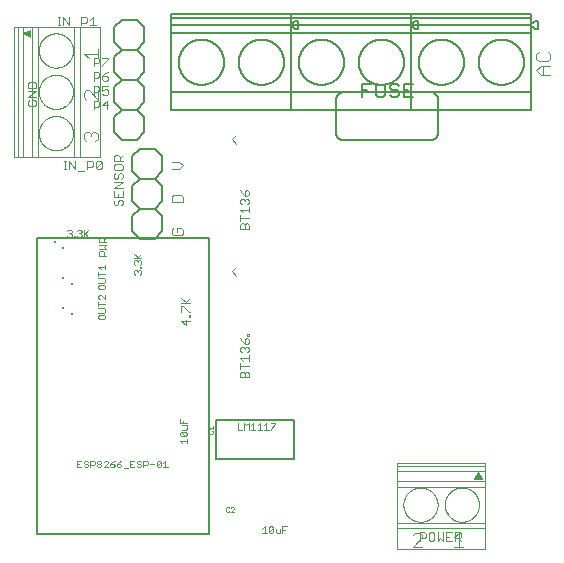
<source format=gbr>
G04 EAGLE Gerber RS-274X export*
G75*
%MOMM*%
%FSLAX34Y34*%
%LPD*%
%INSilkscreen Top*%
%IPPOS*%
%AMOC8*
5,1,8,0,0,1.08239X$1,22.5*%
G01*
%ADD10C,0.076200*%
%ADD11C,0.025400*%
%ADD12C,0.050800*%
%ADD13C,0.203200*%
%ADD14C,0.101600*%
%ADD15C,0.152400*%
%ADD16C,0.250000*%
%ADD17R,0.200000X0.200000*%
%ADD18C,0.127000*%

G36*
X390322Y57282D02*
X390322Y57282D01*
X390344Y57280D01*
X390419Y57302D01*
X390497Y57317D01*
X390515Y57330D01*
X390536Y57336D01*
X390597Y57386D01*
X390662Y57430D01*
X390674Y57449D01*
X390692Y57463D01*
X390729Y57532D01*
X390772Y57598D01*
X390775Y57620D01*
X390786Y57639D01*
X390793Y57718D01*
X390807Y57795D01*
X390802Y57817D01*
X390804Y57839D01*
X390775Y57938D01*
X390764Y57991D01*
X390757Y58000D01*
X390754Y58012D01*
X387579Y64362D01*
X387537Y64415D01*
X387503Y64473D01*
X387476Y64493D01*
X387455Y64520D01*
X387397Y64553D01*
X387343Y64593D01*
X387310Y64601D01*
X387281Y64618D01*
X387214Y64625D01*
X387148Y64642D01*
X387115Y64637D01*
X387081Y64640D01*
X387017Y64621D01*
X386950Y64611D01*
X386921Y64593D01*
X386889Y64584D01*
X386837Y64541D01*
X386779Y64506D01*
X386757Y64477D01*
X386733Y64458D01*
X386710Y64414D01*
X386671Y64362D01*
X383496Y58012D01*
X383491Y57990D01*
X383478Y57972D01*
X383464Y57894D01*
X383444Y57818D01*
X383447Y57796D01*
X383443Y57775D01*
X383460Y57698D01*
X383470Y57620D01*
X383482Y57601D01*
X383486Y57579D01*
X383532Y57515D01*
X383572Y57447D01*
X383590Y57434D01*
X383602Y57416D01*
X383669Y57374D01*
X383732Y57327D01*
X383754Y57321D01*
X383773Y57310D01*
X383874Y57291D01*
X383927Y57278D01*
X383938Y57280D01*
X383950Y57278D01*
X390300Y57278D01*
X390322Y57282D01*
G37*
G36*
X8342Y431440D02*
X8342Y431440D01*
X8420Y431450D01*
X8439Y431462D01*
X8461Y431466D01*
X8525Y431512D01*
X8593Y431552D01*
X8606Y431570D01*
X8624Y431582D01*
X8666Y431649D01*
X8713Y431712D01*
X8719Y431734D01*
X8730Y431753D01*
X8749Y431854D01*
X8762Y431907D01*
X8760Y431918D01*
X8762Y431930D01*
X8762Y438280D01*
X8758Y438302D01*
X8760Y438324D01*
X8738Y438399D01*
X8723Y438477D01*
X8710Y438495D01*
X8704Y438516D01*
X8654Y438577D01*
X8610Y438642D01*
X8591Y438654D01*
X8578Y438672D01*
X8508Y438709D01*
X8442Y438752D01*
X8420Y438755D01*
X8401Y438766D01*
X8322Y438773D01*
X8245Y438787D01*
X8223Y438782D01*
X8201Y438784D01*
X8102Y438755D01*
X8049Y438744D01*
X8040Y438737D01*
X8028Y438734D01*
X1678Y435559D01*
X1625Y435517D01*
X1567Y435483D01*
X1547Y435456D01*
X1520Y435435D01*
X1487Y435377D01*
X1447Y435323D01*
X1439Y435290D01*
X1422Y435261D01*
X1415Y435194D01*
X1398Y435128D01*
X1403Y435095D01*
X1400Y435061D01*
X1419Y434997D01*
X1429Y434930D01*
X1447Y434901D01*
X1456Y434869D01*
X1499Y434817D01*
X1534Y434759D01*
X1563Y434737D01*
X1583Y434713D01*
X1626Y434690D01*
X1678Y434651D01*
X8028Y431476D01*
X8050Y431471D01*
X8068Y431458D01*
X8146Y431444D01*
X8222Y431424D01*
X8244Y431427D01*
X8265Y431423D01*
X8342Y431440D01*
G37*
D10*
X128941Y270812D02*
X127373Y269244D01*
X127373Y266109D01*
X128941Y264541D01*
X135211Y264541D01*
X136779Y266109D01*
X136779Y269244D01*
X135211Y270812D01*
X132076Y270812D01*
X132076Y267676D01*
X127373Y292607D02*
X136779Y292607D01*
X136779Y297310D01*
X135211Y298877D01*
X128941Y298877D01*
X127373Y297310D01*
X127373Y292607D01*
X127373Y320672D02*
X133644Y320672D01*
X136779Y323807D01*
X133644Y326943D01*
X127373Y326943D01*
X33318Y442341D02*
X30861Y442341D01*
X32090Y442341D02*
X32090Y449713D01*
X33318Y449713D02*
X30861Y449713D01*
X35850Y449713D02*
X35850Y442341D01*
X40765Y442341D02*
X35850Y449713D01*
X40765Y449713D02*
X40765Y442341D01*
X43335Y441112D02*
X48249Y441112D01*
X50819Y442341D02*
X50819Y449713D01*
X54505Y449713D01*
X55734Y448485D01*
X55734Y446027D01*
X54505Y444798D01*
X50819Y444798D01*
X58303Y447256D02*
X60760Y449713D01*
X60760Y442341D01*
X58303Y442341D02*
X63218Y442341D01*
X38398Y320421D02*
X35941Y320421D01*
X37170Y320421D02*
X37170Y327793D01*
X38398Y327793D02*
X35941Y327793D01*
X40930Y327793D02*
X40930Y320421D01*
X45845Y320421D02*
X40930Y327793D01*
X45845Y327793D02*
X45845Y320421D01*
X48415Y319192D02*
X53329Y319192D01*
X55899Y320421D02*
X55899Y327793D01*
X59585Y327793D01*
X60814Y326565D01*
X60814Y324107D01*
X59585Y322878D01*
X55899Y322878D01*
X63383Y321650D02*
X63383Y326565D01*
X64612Y327793D01*
X67069Y327793D01*
X68298Y326565D01*
X68298Y321650D01*
X67069Y320421D01*
X64612Y320421D01*
X63383Y321650D01*
X68298Y326565D01*
X6683Y379083D02*
X5455Y377855D01*
X5455Y375397D01*
X6683Y374169D01*
X11598Y374169D01*
X12827Y375397D01*
X12827Y377855D01*
X11598Y379083D01*
X9141Y379083D01*
X9141Y376626D01*
X12827Y381653D02*
X5455Y381653D01*
X12827Y386568D01*
X5455Y386568D01*
X5455Y389137D02*
X12827Y389137D01*
X12827Y392823D01*
X11598Y394052D01*
X6683Y394052D01*
X5455Y392823D01*
X5455Y389137D01*
X61341Y407797D02*
X61341Y415169D01*
X65027Y415169D01*
X66256Y413941D01*
X66256Y411483D01*
X65027Y410254D01*
X61341Y410254D01*
X68825Y415169D02*
X73740Y415169D01*
X73740Y413941D01*
X68825Y409026D01*
X68825Y407797D01*
X61341Y402977D02*
X61341Y395605D01*
X61341Y402977D02*
X65027Y402977D01*
X66256Y401749D01*
X66256Y399291D01*
X65027Y398062D01*
X61341Y398062D01*
X71283Y401749D02*
X73740Y402977D01*
X71283Y401749D02*
X68825Y399291D01*
X68825Y396834D01*
X70054Y395605D01*
X72511Y395605D01*
X73740Y396834D01*
X73740Y398062D01*
X72511Y399291D01*
X68825Y399291D01*
X61341Y390785D02*
X61341Y383413D01*
X61341Y390785D02*
X65027Y390785D01*
X66256Y389557D01*
X66256Y387099D01*
X65027Y385870D01*
X61341Y385870D01*
X68825Y390785D02*
X73740Y390785D01*
X68825Y390785D02*
X68825Y387099D01*
X71283Y388328D01*
X72511Y388328D01*
X73740Y387099D01*
X73740Y384642D01*
X72511Y383413D01*
X70054Y383413D01*
X68825Y384642D01*
X61341Y378593D02*
X61341Y371221D01*
X61341Y378593D02*
X65027Y378593D01*
X66256Y377365D01*
X66256Y374907D01*
X65027Y373678D01*
X61341Y373678D01*
X72511Y371221D02*
X72511Y378593D01*
X68825Y374907D01*
X73740Y374907D01*
D11*
X159255Y99189D02*
X158620Y98554D01*
X158620Y97283D01*
X159255Y96647D01*
X161797Y96647D01*
X162433Y97283D01*
X162433Y98554D01*
X161797Y99189D01*
X159891Y100389D02*
X158620Y101660D01*
X162433Y101660D01*
X162433Y100389D02*
X162433Y102931D01*
D12*
X136344Y88742D02*
X134479Y90606D01*
X140072Y90606D01*
X140072Y88742D02*
X140072Y92470D01*
X139140Y94355D02*
X135411Y94355D01*
X134479Y95287D01*
X134479Y97151D01*
X135411Y98083D01*
X139140Y98083D01*
X140072Y97151D01*
X140072Y95287D01*
X139140Y94355D01*
X135411Y98083D01*
X136344Y99968D02*
X139140Y99968D01*
X140072Y100900D01*
X140072Y103696D01*
X136344Y103696D01*
X134479Y105581D02*
X140072Y105581D01*
X134479Y105581D02*
X134479Y109309D01*
X137276Y107445D02*
X137276Y105581D01*
D11*
X175574Y34260D02*
X176209Y33625D01*
X175574Y34260D02*
X174303Y34260D01*
X173667Y33625D01*
X173667Y31083D01*
X174303Y30447D01*
X175574Y30447D01*
X176209Y31083D01*
X177409Y30447D02*
X179951Y30447D01*
X177409Y30447D02*
X179951Y32989D01*
X179951Y33625D01*
X179316Y34260D01*
X178045Y34260D01*
X177409Y33625D01*
D12*
X204274Y16293D02*
X206138Y18157D01*
X206138Y12564D01*
X204274Y12564D02*
X208003Y12564D01*
X209887Y13496D02*
X209887Y17225D01*
X210819Y18157D01*
X212683Y18157D01*
X213616Y17225D01*
X213616Y13496D01*
X212683Y12564D01*
X210819Y12564D01*
X209887Y13496D01*
X213616Y17225D01*
X215500Y16293D02*
X215500Y13496D01*
X216432Y12564D01*
X219229Y12564D01*
X219229Y16293D01*
X221113Y18157D02*
X221113Y12564D01*
X221113Y18157D02*
X224842Y18157D01*
X222978Y15360D02*
X221113Y15360D01*
D13*
X230886Y74930D02*
X230886Y107950D01*
X230886Y74930D02*
X165354Y74930D01*
X165354Y107950D01*
X230886Y107950D01*
D12*
X183279Y105612D02*
X183279Y100019D01*
X187008Y100019D01*
X188892Y100019D02*
X188892Y105612D01*
X190756Y103748D01*
X192621Y105612D01*
X192621Y100019D01*
X194505Y103748D02*
X196369Y105612D01*
X196369Y100019D01*
X194505Y100019D02*
X198234Y100019D01*
X200118Y103748D02*
X201983Y105612D01*
X201983Y100019D01*
X203847Y100019D02*
X200118Y100019D01*
X205731Y103748D02*
X207596Y105612D01*
X207596Y100019D01*
X209460Y100019D02*
X205731Y100019D01*
X211344Y105612D02*
X215073Y105612D01*
X215073Y104680D01*
X211344Y100951D01*
X211344Y100019D01*
D14*
X182196Y341874D02*
X178298Y345772D01*
X182196Y349670D01*
D12*
X185668Y269972D02*
X192786Y269972D01*
X185668Y269972D02*
X185668Y273531D01*
X186854Y274717D01*
X188041Y274717D01*
X189227Y273531D01*
X190413Y274717D01*
X191600Y274717D01*
X192786Y273531D01*
X192786Y269972D01*
X189227Y269972D02*
X189227Y273531D01*
X192786Y279361D02*
X185668Y279361D01*
X185668Y276988D02*
X185668Y281734D01*
X188041Y284005D02*
X185668Y286377D01*
X192786Y286377D01*
X192786Y284005D02*
X192786Y288750D01*
X186854Y291021D02*
X185668Y292208D01*
X185668Y294580D01*
X186854Y295767D01*
X188041Y295767D01*
X189227Y294580D01*
X189227Y293394D01*
X189227Y294580D02*
X190413Y295767D01*
X191600Y295767D01*
X192786Y294580D01*
X192786Y292208D01*
X191600Y291021D01*
X186854Y300410D02*
X185668Y302783D01*
X186854Y300410D02*
X189227Y298038D01*
X191600Y298038D01*
X192786Y299224D01*
X192786Y301597D01*
X191600Y302783D01*
X190413Y302783D01*
X189227Y301597D01*
X189227Y298038D01*
D13*
X13844Y262176D02*
X13844Y12144D01*
X13844Y262176D02*
X158876Y262176D01*
X158876Y12144D01*
X13844Y12144D01*
D10*
X47449Y73792D02*
X51008Y73792D01*
X47449Y73792D02*
X47449Y68453D01*
X51008Y68453D01*
X49229Y71122D02*
X47449Y71122D01*
X55732Y73792D02*
X56621Y72902D01*
X55732Y73792D02*
X53952Y73792D01*
X53062Y72902D01*
X53062Y72012D01*
X53952Y71122D01*
X55732Y71122D01*
X56621Y70233D01*
X56621Y69343D01*
X55732Y68453D01*
X53952Y68453D01*
X53062Y69343D01*
X58675Y68453D02*
X58675Y73792D01*
X61345Y73792D01*
X62234Y72902D01*
X62234Y71122D01*
X61345Y70233D01*
X58675Y70233D01*
X64288Y72902D02*
X65178Y73792D01*
X66958Y73792D01*
X67848Y72902D01*
X67848Y72012D01*
X66958Y71122D01*
X67848Y70233D01*
X67848Y69343D01*
X66958Y68453D01*
X65178Y68453D01*
X64288Y69343D01*
X64288Y70233D01*
X65178Y71122D01*
X64288Y72012D01*
X64288Y72902D01*
X65178Y71122D02*
X66958Y71122D01*
X69902Y68453D02*
X73461Y68453D01*
X69902Y68453D02*
X73461Y72012D01*
X73461Y72902D01*
X72571Y73792D01*
X70791Y73792D01*
X69902Y72902D01*
X77294Y72902D02*
X79074Y73792D01*
X77294Y72902D02*
X75515Y71122D01*
X75515Y69343D01*
X76404Y68453D01*
X78184Y68453D01*
X79074Y69343D01*
X79074Y70233D01*
X78184Y71122D01*
X75515Y71122D01*
X82907Y72902D02*
X84687Y73792D01*
X82907Y72902D02*
X81128Y71122D01*
X81128Y69343D01*
X82018Y68453D01*
X83797Y68453D01*
X84687Y69343D01*
X84687Y70233D01*
X83797Y71122D01*
X81128Y71122D01*
X86741Y67563D02*
X90300Y67563D01*
X92354Y73792D02*
X95913Y73792D01*
X92354Y73792D02*
X92354Y68453D01*
X95913Y68453D01*
X94133Y71122D02*
X92354Y71122D01*
X100636Y73792D02*
X101526Y72902D01*
X100636Y73792D02*
X98857Y73792D01*
X97967Y72902D01*
X97967Y72012D01*
X98857Y71122D01*
X100636Y71122D01*
X101526Y70233D01*
X101526Y69343D01*
X100636Y68453D01*
X98857Y68453D01*
X97967Y69343D01*
X103580Y68453D02*
X103580Y73792D01*
X106249Y73792D01*
X107139Y72902D01*
X107139Y71122D01*
X106249Y70233D01*
X103580Y70233D01*
X109193Y71122D02*
X112752Y71122D01*
X114806Y69343D02*
X114806Y72902D01*
X115696Y73792D01*
X117476Y73792D01*
X118365Y72902D01*
X118365Y69343D01*
X117476Y68453D01*
X115696Y68453D01*
X114806Y69343D01*
X118365Y72902D01*
X120419Y72012D02*
X122199Y73792D01*
X122199Y68453D01*
X123978Y68453D02*
X120419Y68453D01*
D13*
X330411Y451980D02*
X432011Y451980D01*
X432011Y386237D02*
X330411Y386237D01*
X432011Y431035D02*
X432011Y435959D01*
X432011Y444750D02*
X433298Y444750D01*
X433298Y440610D02*
X432011Y440610D01*
X432011Y442759D01*
X432011Y444750D01*
X435081Y439110D02*
X437711Y439110D01*
X437711Y446250D02*
X435081Y446250D01*
X432011Y440610D02*
X432011Y435959D01*
X433298Y444750D02*
X435081Y446250D01*
X437711Y446250D02*
X437711Y439110D01*
X432011Y391067D02*
X432011Y386237D01*
X432011Y391067D02*
X432011Y431035D01*
X435081Y439110D02*
X433298Y440610D01*
X432011Y435959D02*
X330411Y435959D01*
X330411Y431035D01*
X330411Y442759D02*
X432011Y442759D01*
X330411Y442759D02*
X330411Y435959D01*
X330411Y431035D02*
X330411Y391067D01*
X330411Y386237D01*
X330411Y370980D01*
X432011Y444750D02*
X432011Y448980D01*
X330411Y448980D02*
X330411Y442759D01*
X330411Y370980D02*
X432011Y370980D01*
X432011Y386237D01*
X432011Y448980D02*
X330411Y448980D01*
X432011Y448980D02*
X432011Y451980D01*
X330411Y451980D02*
X330411Y448980D01*
X387461Y411230D02*
X387467Y411700D01*
X387484Y412170D01*
X387513Y412639D01*
X387553Y413107D01*
X387605Y413574D01*
X387668Y414040D01*
X387743Y414504D01*
X387829Y414966D01*
X387926Y415426D01*
X388035Y415883D01*
X388155Y416338D01*
X388286Y416789D01*
X388428Y417237D01*
X388580Y417681D01*
X388744Y418122D01*
X388919Y418558D01*
X389104Y418990D01*
X389300Y419418D01*
X389506Y419840D01*
X389722Y420257D01*
X389949Y420669D01*
X390185Y421075D01*
X390432Y421475D01*
X390688Y421869D01*
X390954Y422257D01*
X391230Y422638D01*
X391514Y423012D01*
X391808Y423379D01*
X392110Y423738D01*
X392422Y424090D01*
X392742Y424435D01*
X393070Y424771D01*
X393406Y425099D01*
X393751Y425419D01*
X394103Y425731D01*
X394462Y426033D01*
X394829Y426327D01*
X395203Y426611D01*
X395584Y426887D01*
X395972Y427153D01*
X396366Y427409D01*
X396766Y427656D01*
X397172Y427892D01*
X397584Y428119D01*
X398001Y428335D01*
X398423Y428541D01*
X398851Y428737D01*
X399283Y428922D01*
X399719Y429097D01*
X400160Y429261D01*
X400604Y429413D01*
X401052Y429555D01*
X401503Y429686D01*
X401958Y429806D01*
X402415Y429915D01*
X402875Y430012D01*
X403337Y430098D01*
X403801Y430173D01*
X404267Y430236D01*
X404734Y430288D01*
X405202Y430328D01*
X405671Y430357D01*
X406141Y430374D01*
X406611Y430380D01*
X407081Y430374D01*
X407551Y430357D01*
X408020Y430328D01*
X408488Y430288D01*
X408955Y430236D01*
X409421Y430173D01*
X409885Y430098D01*
X410347Y430012D01*
X410807Y429915D01*
X411264Y429806D01*
X411719Y429686D01*
X412170Y429555D01*
X412618Y429413D01*
X413062Y429261D01*
X413503Y429097D01*
X413939Y428922D01*
X414371Y428737D01*
X414799Y428541D01*
X415221Y428335D01*
X415638Y428119D01*
X416050Y427892D01*
X416456Y427656D01*
X416856Y427409D01*
X417250Y427153D01*
X417638Y426887D01*
X418019Y426611D01*
X418393Y426327D01*
X418760Y426033D01*
X419119Y425731D01*
X419471Y425419D01*
X419816Y425099D01*
X420152Y424771D01*
X420480Y424435D01*
X420800Y424090D01*
X421112Y423738D01*
X421414Y423379D01*
X421708Y423012D01*
X421992Y422638D01*
X422268Y422257D01*
X422534Y421869D01*
X422790Y421475D01*
X423037Y421075D01*
X423273Y420669D01*
X423500Y420257D01*
X423716Y419840D01*
X423922Y419418D01*
X424118Y418990D01*
X424303Y418558D01*
X424478Y418122D01*
X424642Y417681D01*
X424794Y417237D01*
X424936Y416789D01*
X425067Y416338D01*
X425187Y415883D01*
X425296Y415426D01*
X425393Y414966D01*
X425479Y414504D01*
X425554Y414040D01*
X425617Y413574D01*
X425669Y413107D01*
X425709Y412639D01*
X425738Y412170D01*
X425755Y411700D01*
X425761Y411230D01*
X425755Y410760D01*
X425738Y410290D01*
X425709Y409821D01*
X425669Y409353D01*
X425617Y408886D01*
X425554Y408420D01*
X425479Y407956D01*
X425393Y407494D01*
X425296Y407034D01*
X425187Y406577D01*
X425067Y406122D01*
X424936Y405671D01*
X424794Y405223D01*
X424642Y404779D01*
X424478Y404338D01*
X424303Y403902D01*
X424118Y403470D01*
X423922Y403042D01*
X423716Y402620D01*
X423500Y402203D01*
X423273Y401791D01*
X423037Y401385D01*
X422790Y400985D01*
X422534Y400591D01*
X422268Y400203D01*
X421992Y399822D01*
X421708Y399448D01*
X421414Y399081D01*
X421112Y398722D01*
X420800Y398370D01*
X420480Y398025D01*
X420152Y397689D01*
X419816Y397361D01*
X419471Y397041D01*
X419119Y396729D01*
X418760Y396427D01*
X418393Y396133D01*
X418019Y395849D01*
X417638Y395573D01*
X417250Y395307D01*
X416856Y395051D01*
X416456Y394804D01*
X416050Y394568D01*
X415638Y394341D01*
X415221Y394125D01*
X414799Y393919D01*
X414371Y393723D01*
X413939Y393538D01*
X413503Y393363D01*
X413062Y393199D01*
X412618Y393047D01*
X412170Y392905D01*
X411719Y392774D01*
X411264Y392654D01*
X410807Y392545D01*
X410347Y392448D01*
X409885Y392362D01*
X409421Y392287D01*
X408955Y392224D01*
X408488Y392172D01*
X408020Y392132D01*
X407551Y392103D01*
X407081Y392086D01*
X406611Y392080D01*
X406141Y392086D01*
X405671Y392103D01*
X405202Y392132D01*
X404734Y392172D01*
X404267Y392224D01*
X403801Y392287D01*
X403337Y392362D01*
X402875Y392448D01*
X402415Y392545D01*
X401958Y392654D01*
X401503Y392774D01*
X401052Y392905D01*
X400604Y393047D01*
X400160Y393199D01*
X399719Y393363D01*
X399283Y393538D01*
X398851Y393723D01*
X398423Y393919D01*
X398001Y394125D01*
X397584Y394341D01*
X397172Y394568D01*
X396766Y394804D01*
X396366Y395051D01*
X395972Y395307D01*
X395584Y395573D01*
X395203Y395849D01*
X394829Y396133D01*
X394462Y396427D01*
X394103Y396729D01*
X393751Y397041D01*
X393406Y397361D01*
X393070Y397689D01*
X392742Y398025D01*
X392422Y398370D01*
X392110Y398722D01*
X391808Y399081D01*
X391514Y399448D01*
X391230Y399822D01*
X390954Y400203D01*
X390688Y400591D01*
X390432Y400985D01*
X390185Y401385D01*
X389949Y401791D01*
X389722Y402203D01*
X389506Y402620D01*
X389300Y403042D01*
X389104Y403470D01*
X388919Y403902D01*
X388744Y404338D01*
X388580Y404779D01*
X388428Y405223D01*
X388286Y405671D01*
X388155Y406122D01*
X388035Y406577D01*
X387926Y407034D01*
X387829Y407494D01*
X387743Y407956D01*
X387668Y408420D01*
X387605Y408886D01*
X387553Y409353D01*
X387513Y409821D01*
X387484Y410290D01*
X387467Y410760D01*
X387461Y411230D01*
X336661Y411230D02*
X336667Y411700D01*
X336684Y412170D01*
X336713Y412639D01*
X336753Y413107D01*
X336805Y413574D01*
X336868Y414040D01*
X336943Y414504D01*
X337029Y414966D01*
X337126Y415426D01*
X337235Y415883D01*
X337355Y416338D01*
X337486Y416789D01*
X337628Y417237D01*
X337780Y417681D01*
X337944Y418122D01*
X338119Y418558D01*
X338304Y418990D01*
X338500Y419418D01*
X338706Y419840D01*
X338922Y420257D01*
X339149Y420669D01*
X339385Y421075D01*
X339632Y421475D01*
X339888Y421869D01*
X340154Y422257D01*
X340430Y422638D01*
X340714Y423012D01*
X341008Y423379D01*
X341310Y423738D01*
X341622Y424090D01*
X341942Y424435D01*
X342270Y424771D01*
X342606Y425099D01*
X342951Y425419D01*
X343303Y425731D01*
X343662Y426033D01*
X344029Y426327D01*
X344403Y426611D01*
X344784Y426887D01*
X345172Y427153D01*
X345566Y427409D01*
X345966Y427656D01*
X346372Y427892D01*
X346784Y428119D01*
X347201Y428335D01*
X347623Y428541D01*
X348051Y428737D01*
X348483Y428922D01*
X348919Y429097D01*
X349360Y429261D01*
X349804Y429413D01*
X350252Y429555D01*
X350703Y429686D01*
X351158Y429806D01*
X351615Y429915D01*
X352075Y430012D01*
X352537Y430098D01*
X353001Y430173D01*
X353467Y430236D01*
X353934Y430288D01*
X354402Y430328D01*
X354871Y430357D01*
X355341Y430374D01*
X355811Y430380D01*
X356281Y430374D01*
X356751Y430357D01*
X357220Y430328D01*
X357688Y430288D01*
X358155Y430236D01*
X358621Y430173D01*
X359085Y430098D01*
X359547Y430012D01*
X360007Y429915D01*
X360464Y429806D01*
X360919Y429686D01*
X361370Y429555D01*
X361818Y429413D01*
X362262Y429261D01*
X362703Y429097D01*
X363139Y428922D01*
X363571Y428737D01*
X363999Y428541D01*
X364421Y428335D01*
X364838Y428119D01*
X365250Y427892D01*
X365656Y427656D01*
X366056Y427409D01*
X366450Y427153D01*
X366838Y426887D01*
X367219Y426611D01*
X367593Y426327D01*
X367960Y426033D01*
X368319Y425731D01*
X368671Y425419D01*
X369016Y425099D01*
X369352Y424771D01*
X369680Y424435D01*
X370000Y424090D01*
X370312Y423738D01*
X370614Y423379D01*
X370908Y423012D01*
X371192Y422638D01*
X371468Y422257D01*
X371734Y421869D01*
X371990Y421475D01*
X372237Y421075D01*
X372473Y420669D01*
X372700Y420257D01*
X372916Y419840D01*
X373122Y419418D01*
X373318Y418990D01*
X373503Y418558D01*
X373678Y418122D01*
X373842Y417681D01*
X373994Y417237D01*
X374136Y416789D01*
X374267Y416338D01*
X374387Y415883D01*
X374496Y415426D01*
X374593Y414966D01*
X374679Y414504D01*
X374754Y414040D01*
X374817Y413574D01*
X374869Y413107D01*
X374909Y412639D01*
X374938Y412170D01*
X374955Y411700D01*
X374961Y411230D01*
X374955Y410760D01*
X374938Y410290D01*
X374909Y409821D01*
X374869Y409353D01*
X374817Y408886D01*
X374754Y408420D01*
X374679Y407956D01*
X374593Y407494D01*
X374496Y407034D01*
X374387Y406577D01*
X374267Y406122D01*
X374136Y405671D01*
X373994Y405223D01*
X373842Y404779D01*
X373678Y404338D01*
X373503Y403902D01*
X373318Y403470D01*
X373122Y403042D01*
X372916Y402620D01*
X372700Y402203D01*
X372473Y401791D01*
X372237Y401385D01*
X371990Y400985D01*
X371734Y400591D01*
X371468Y400203D01*
X371192Y399822D01*
X370908Y399448D01*
X370614Y399081D01*
X370312Y398722D01*
X370000Y398370D01*
X369680Y398025D01*
X369352Y397689D01*
X369016Y397361D01*
X368671Y397041D01*
X368319Y396729D01*
X367960Y396427D01*
X367593Y396133D01*
X367219Y395849D01*
X366838Y395573D01*
X366450Y395307D01*
X366056Y395051D01*
X365656Y394804D01*
X365250Y394568D01*
X364838Y394341D01*
X364421Y394125D01*
X363999Y393919D01*
X363571Y393723D01*
X363139Y393538D01*
X362703Y393363D01*
X362262Y393199D01*
X361818Y393047D01*
X361370Y392905D01*
X360919Y392774D01*
X360464Y392654D01*
X360007Y392545D01*
X359547Y392448D01*
X359085Y392362D01*
X358621Y392287D01*
X358155Y392224D01*
X357688Y392172D01*
X357220Y392132D01*
X356751Y392103D01*
X356281Y392086D01*
X355811Y392080D01*
X355341Y392086D01*
X354871Y392103D01*
X354402Y392132D01*
X353934Y392172D01*
X353467Y392224D01*
X353001Y392287D01*
X352537Y392362D01*
X352075Y392448D01*
X351615Y392545D01*
X351158Y392654D01*
X350703Y392774D01*
X350252Y392905D01*
X349804Y393047D01*
X349360Y393199D01*
X348919Y393363D01*
X348483Y393538D01*
X348051Y393723D01*
X347623Y393919D01*
X347201Y394125D01*
X346784Y394341D01*
X346372Y394568D01*
X345966Y394804D01*
X345566Y395051D01*
X345172Y395307D01*
X344784Y395573D01*
X344403Y395849D01*
X344029Y396133D01*
X343662Y396427D01*
X343303Y396729D01*
X342951Y397041D01*
X342606Y397361D01*
X342270Y397689D01*
X341942Y398025D01*
X341622Y398370D01*
X341310Y398722D01*
X341008Y399081D01*
X340714Y399448D01*
X340430Y399822D01*
X340154Y400203D01*
X339888Y400591D01*
X339632Y400985D01*
X339385Y401385D01*
X339149Y401791D01*
X338922Y402203D01*
X338706Y402620D01*
X338500Y403042D01*
X338304Y403470D01*
X338119Y403902D01*
X337944Y404338D01*
X337780Y404779D01*
X337628Y405223D01*
X337486Y405671D01*
X337355Y406122D01*
X337235Y406577D01*
X337126Y407034D01*
X337029Y407494D01*
X336943Y407956D01*
X336868Y408420D01*
X336805Y408886D01*
X336753Y409353D01*
X336713Y409821D01*
X336684Y410290D01*
X336667Y410760D01*
X336661Y411230D01*
D14*
X440006Y400551D02*
X447802Y400551D01*
X440006Y400551D02*
X436108Y404449D01*
X440006Y408347D01*
X447802Y408347D01*
X441955Y408347D02*
X441955Y400551D01*
X436108Y418092D02*
X438057Y420041D01*
X436108Y418092D02*
X436108Y414194D01*
X438057Y412245D01*
X445853Y412245D01*
X447802Y414194D01*
X447802Y418092D01*
X445853Y420041D01*
D13*
X330411Y451980D02*
X228811Y451980D01*
X228811Y386237D02*
X330411Y386237D01*
X330411Y431035D02*
X330411Y435959D01*
X330411Y444750D02*
X331698Y444750D01*
X331698Y440610D02*
X330411Y440610D01*
X330411Y442759D01*
X330411Y444750D01*
X333481Y439110D02*
X336111Y439110D01*
X336111Y446250D02*
X333481Y446250D01*
X330411Y440610D02*
X330411Y435959D01*
X331698Y444750D02*
X333481Y446250D01*
X336111Y446250D02*
X336111Y439110D01*
X330411Y391067D02*
X330411Y386237D01*
X330411Y391067D02*
X330411Y431035D01*
X333481Y439110D02*
X331698Y440610D01*
X330411Y435959D02*
X228811Y435959D01*
X228811Y431035D01*
X228811Y442759D02*
X330411Y442759D01*
X228811Y442759D02*
X228811Y435959D01*
X228811Y431035D02*
X228811Y391067D01*
X228811Y386237D01*
X228811Y370980D01*
X330411Y444750D02*
X330411Y448980D01*
X228811Y448980D02*
X228811Y442759D01*
X228811Y370980D02*
X330411Y370980D01*
X330411Y386237D01*
X330411Y448980D02*
X228811Y448980D01*
X330411Y448980D02*
X330411Y451980D01*
X228811Y451980D02*
X228811Y448980D01*
X285861Y411230D02*
X285867Y411700D01*
X285884Y412170D01*
X285913Y412639D01*
X285953Y413107D01*
X286005Y413574D01*
X286068Y414040D01*
X286143Y414504D01*
X286229Y414966D01*
X286326Y415426D01*
X286435Y415883D01*
X286555Y416338D01*
X286686Y416789D01*
X286828Y417237D01*
X286980Y417681D01*
X287144Y418122D01*
X287319Y418558D01*
X287504Y418990D01*
X287700Y419418D01*
X287906Y419840D01*
X288122Y420257D01*
X288349Y420669D01*
X288585Y421075D01*
X288832Y421475D01*
X289088Y421869D01*
X289354Y422257D01*
X289630Y422638D01*
X289914Y423012D01*
X290208Y423379D01*
X290510Y423738D01*
X290822Y424090D01*
X291142Y424435D01*
X291470Y424771D01*
X291806Y425099D01*
X292151Y425419D01*
X292503Y425731D01*
X292862Y426033D01*
X293229Y426327D01*
X293603Y426611D01*
X293984Y426887D01*
X294372Y427153D01*
X294766Y427409D01*
X295166Y427656D01*
X295572Y427892D01*
X295984Y428119D01*
X296401Y428335D01*
X296823Y428541D01*
X297251Y428737D01*
X297683Y428922D01*
X298119Y429097D01*
X298560Y429261D01*
X299004Y429413D01*
X299452Y429555D01*
X299903Y429686D01*
X300358Y429806D01*
X300815Y429915D01*
X301275Y430012D01*
X301737Y430098D01*
X302201Y430173D01*
X302667Y430236D01*
X303134Y430288D01*
X303602Y430328D01*
X304071Y430357D01*
X304541Y430374D01*
X305011Y430380D01*
X305481Y430374D01*
X305951Y430357D01*
X306420Y430328D01*
X306888Y430288D01*
X307355Y430236D01*
X307821Y430173D01*
X308285Y430098D01*
X308747Y430012D01*
X309207Y429915D01*
X309664Y429806D01*
X310119Y429686D01*
X310570Y429555D01*
X311018Y429413D01*
X311462Y429261D01*
X311903Y429097D01*
X312339Y428922D01*
X312771Y428737D01*
X313199Y428541D01*
X313621Y428335D01*
X314038Y428119D01*
X314450Y427892D01*
X314856Y427656D01*
X315256Y427409D01*
X315650Y427153D01*
X316038Y426887D01*
X316419Y426611D01*
X316793Y426327D01*
X317160Y426033D01*
X317519Y425731D01*
X317871Y425419D01*
X318216Y425099D01*
X318552Y424771D01*
X318880Y424435D01*
X319200Y424090D01*
X319512Y423738D01*
X319814Y423379D01*
X320108Y423012D01*
X320392Y422638D01*
X320668Y422257D01*
X320934Y421869D01*
X321190Y421475D01*
X321437Y421075D01*
X321673Y420669D01*
X321900Y420257D01*
X322116Y419840D01*
X322322Y419418D01*
X322518Y418990D01*
X322703Y418558D01*
X322878Y418122D01*
X323042Y417681D01*
X323194Y417237D01*
X323336Y416789D01*
X323467Y416338D01*
X323587Y415883D01*
X323696Y415426D01*
X323793Y414966D01*
X323879Y414504D01*
X323954Y414040D01*
X324017Y413574D01*
X324069Y413107D01*
X324109Y412639D01*
X324138Y412170D01*
X324155Y411700D01*
X324161Y411230D01*
X324155Y410760D01*
X324138Y410290D01*
X324109Y409821D01*
X324069Y409353D01*
X324017Y408886D01*
X323954Y408420D01*
X323879Y407956D01*
X323793Y407494D01*
X323696Y407034D01*
X323587Y406577D01*
X323467Y406122D01*
X323336Y405671D01*
X323194Y405223D01*
X323042Y404779D01*
X322878Y404338D01*
X322703Y403902D01*
X322518Y403470D01*
X322322Y403042D01*
X322116Y402620D01*
X321900Y402203D01*
X321673Y401791D01*
X321437Y401385D01*
X321190Y400985D01*
X320934Y400591D01*
X320668Y400203D01*
X320392Y399822D01*
X320108Y399448D01*
X319814Y399081D01*
X319512Y398722D01*
X319200Y398370D01*
X318880Y398025D01*
X318552Y397689D01*
X318216Y397361D01*
X317871Y397041D01*
X317519Y396729D01*
X317160Y396427D01*
X316793Y396133D01*
X316419Y395849D01*
X316038Y395573D01*
X315650Y395307D01*
X315256Y395051D01*
X314856Y394804D01*
X314450Y394568D01*
X314038Y394341D01*
X313621Y394125D01*
X313199Y393919D01*
X312771Y393723D01*
X312339Y393538D01*
X311903Y393363D01*
X311462Y393199D01*
X311018Y393047D01*
X310570Y392905D01*
X310119Y392774D01*
X309664Y392654D01*
X309207Y392545D01*
X308747Y392448D01*
X308285Y392362D01*
X307821Y392287D01*
X307355Y392224D01*
X306888Y392172D01*
X306420Y392132D01*
X305951Y392103D01*
X305481Y392086D01*
X305011Y392080D01*
X304541Y392086D01*
X304071Y392103D01*
X303602Y392132D01*
X303134Y392172D01*
X302667Y392224D01*
X302201Y392287D01*
X301737Y392362D01*
X301275Y392448D01*
X300815Y392545D01*
X300358Y392654D01*
X299903Y392774D01*
X299452Y392905D01*
X299004Y393047D01*
X298560Y393199D01*
X298119Y393363D01*
X297683Y393538D01*
X297251Y393723D01*
X296823Y393919D01*
X296401Y394125D01*
X295984Y394341D01*
X295572Y394568D01*
X295166Y394804D01*
X294766Y395051D01*
X294372Y395307D01*
X293984Y395573D01*
X293603Y395849D01*
X293229Y396133D01*
X292862Y396427D01*
X292503Y396729D01*
X292151Y397041D01*
X291806Y397361D01*
X291470Y397689D01*
X291142Y398025D01*
X290822Y398370D01*
X290510Y398722D01*
X290208Y399081D01*
X289914Y399448D01*
X289630Y399822D01*
X289354Y400203D01*
X289088Y400591D01*
X288832Y400985D01*
X288585Y401385D01*
X288349Y401791D01*
X288122Y402203D01*
X287906Y402620D01*
X287700Y403042D01*
X287504Y403470D01*
X287319Y403902D01*
X287144Y404338D01*
X286980Y404779D01*
X286828Y405223D01*
X286686Y405671D01*
X286555Y406122D01*
X286435Y406577D01*
X286326Y407034D01*
X286229Y407494D01*
X286143Y407956D01*
X286068Y408420D01*
X286005Y408886D01*
X285953Y409353D01*
X285913Y409821D01*
X285884Y410290D01*
X285867Y410760D01*
X285861Y411230D01*
X235061Y411230D02*
X235067Y411700D01*
X235084Y412170D01*
X235113Y412639D01*
X235153Y413107D01*
X235205Y413574D01*
X235268Y414040D01*
X235343Y414504D01*
X235429Y414966D01*
X235526Y415426D01*
X235635Y415883D01*
X235755Y416338D01*
X235886Y416789D01*
X236028Y417237D01*
X236180Y417681D01*
X236344Y418122D01*
X236519Y418558D01*
X236704Y418990D01*
X236900Y419418D01*
X237106Y419840D01*
X237322Y420257D01*
X237549Y420669D01*
X237785Y421075D01*
X238032Y421475D01*
X238288Y421869D01*
X238554Y422257D01*
X238830Y422638D01*
X239114Y423012D01*
X239408Y423379D01*
X239710Y423738D01*
X240022Y424090D01*
X240342Y424435D01*
X240670Y424771D01*
X241006Y425099D01*
X241351Y425419D01*
X241703Y425731D01*
X242062Y426033D01*
X242429Y426327D01*
X242803Y426611D01*
X243184Y426887D01*
X243572Y427153D01*
X243966Y427409D01*
X244366Y427656D01*
X244772Y427892D01*
X245184Y428119D01*
X245601Y428335D01*
X246023Y428541D01*
X246451Y428737D01*
X246883Y428922D01*
X247319Y429097D01*
X247760Y429261D01*
X248204Y429413D01*
X248652Y429555D01*
X249103Y429686D01*
X249558Y429806D01*
X250015Y429915D01*
X250475Y430012D01*
X250937Y430098D01*
X251401Y430173D01*
X251867Y430236D01*
X252334Y430288D01*
X252802Y430328D01*
X253271Y430357D01*
X253741Y430374D01*
X254211Y430380D01*
X254681Y430374D01*
X255151Y430357D01*
X255620Y430328D01*
X256088Y430288D01*
X256555Y430236D01*
X257021Y430173D01*
X257485Y430098D01*
X257947Y430012D01*
X258407Y429915D01*
X258864Y429806D01*
X259319Y429686D01*
X259770Y429555D01*
X260218Y429413D01*
X260662Y429261D01*
X261103Y429097D01*
X261539Y428922D01*
X261971Y428737D01*
X262399Y428541D01*
X262821Y428335D01*
X263238Y428119D01*
X263650Y427892D01*
X264056Y427656D01*
X264456Y427409D01*
X264850Y427153D01*
X265238Y426887D01*
X265619Y426611D01*
X265993Y426327D01*
X266360Y426033D01*
X266719Y425731D01*
X267071Y425419D01*
X267416Y425099D01*
X267752Y424771D01*
X268080Y424435D01*
X268400Y424090D01*
X268712Y423738D01*
X269014Y423379D01*
X269308Y423012D01*
X269592Y422638D01*
X269868Y422257D01*
X270134Y421869D01*
X270390Y421475D01*
X270637Y421075D01*
X270873Y420669D01*
X271100Y420257D01*
X271316Y419840D01*
X271522Y419418D01*
X271718Y418990D01*
X271903Y418558D01*
X272078Y418122D01*
X272242Y417681D01*
X272394Y417237D01*
X272536Y416789D01*
X272667Y416338D01*
X272787Y415883D01*
X272896Y415426D01*
X272993Y414966D01*
X273079Y414504D01*
X273154Y414040D01*
X273217Y413574D01*
X273269Y413107D01*
X273309Y412639D01*
X273338Y412170D01*
X273355Y411700D01*
X273361Y411230D01*
X273355Y410760D01*
X273338Y410290D01*
X273309Y409821D01*
X273269Y409353D01*
X273217Y408886D01*
X273154Y408420D01*
X273079Y407956D01*
X272993Y407494D01*
X272896Y407034D01*
X272787Y406577D01*
X272667Y406122D01*
X272536Y405671D01*
X272394Y405223D01*
X272242Y404779D01*
X272078Y404338D01*
X271903Y403902D01*
X271718Y403470D01*
X271522Y403042D01*
X271316Y402620D01*
X271100Y402203D01*
X270873Y401791D01*
X270637Y401385D01*
X270390Y400985D01*
X270134Y400591D01*
X269868Y400203D01*
X269592Y399822D01*
X269308Y399448D01*
X269014Y399081D01*
X268712Y398722D01*
X268400Y398370D01*
X268080Y398025D01*
X267752Y397689D01*
X267416Y397361D01*
X267071Y397041D01*
X266719Y396729D01*
X266360Y396427D01*
X265993Y396133D01*
X265619Y395849D01*
X265238Y395573D01*
X264850Y395307D01*
X264456Y395051D01*
X264056Y394804D01*
X263650Y394568D01*
X263238Y394341D01*
X262821Y394125D01*
X262399Y393919D01*
X261971Y393723D01*
X261539Y393538D01*
X261103Y393363D01*
X260662Y393199D01*
X260218Y393047D01*
X259770Y392905D01*
X259319Y392774D01*
X258864Y392654D01*
X258407Y392545D01*
X257947Y392448D01*
X257485Y392362D01*
X257021Y392287D01*
X256555Y392224D01*
X256088Y392172D01*
X255620Y392132D01*
X255151Y392103D01*
X254681Y392086D01*
X254211Y392080D01*
X253741Y392086D01*
X253271Y392103D01*
X252802Y392132D01*
X252334Y392172D01*
X251867Y392224D01*
X251401Y392287D01*
X250937Y392362D01*
X250475Y392448D01*
X250015Y392545D01*
X249558Y392654D01*
X249103Y392774D01*
X248652Y392905D01*
X248204Y393047D01*
X247760Y393199D01*
X247319Y393363D01*
X246883Y393538D01*
X246451Y393723D01*
X246023Y393919D01*
X245601Y394125D01*
X245184Y394341D01*
X244772Y394568D01*
X244366Y394804D01*
X243966Y395051D01*
X243572Y395307D01*
X243184Y395573D01*
X242803Y395849D01*
X242429Y396133D01*
X242062Y396427D01*
X241703Y396729D01*
X241351Y397041D01*
X241006Y397361D01*
X240670Y397689D01*
X240342Y398025D01*
X240022Y398370D01*
X239710Y398722D01*
X239408Y399081D01*
X239114Y399448D01*
X238830Y399822D01*
X238554Y400203D01*
X238288Y400591D01*
X238032Y400985D01*
X237785Y401385D01*
X237549Y401791D01*
X237322Y402203D01*
X237106Y402620D01*
X236900Y403042D01*
X236704Y403470D01*
X236519Y403902D01*
X236344Y404338D01*
X236180Y404779D01*
X236028Y405223D01*
X235886Y405671D01*
X235755Y406122D01*
X235635Y406577D01*
X235526Y407034D01*
X235429Y407494D01*
X235343Y407956D01*
X235268Y408420D01*
X235205Y408886D01*
X235153Y409353D01*
X235113Y409821D01*
X235084Y410290D01*
X235067Y410760D01*
X235061Y411230D01*
X228811Y451980D02*
X127211Y451980D01*
X127211Y386237D02*
X228811Y386237D01*
X228811Y431035D02*
X228811Y435959D01*
X228811Y444750D02*
X230098Y444750D01*
X230098Y440610D02*
X228811Y440610D01*
X228811Y442759D01*
X228811Y444750D01*
X231881Y439110D02*
X234511Y439110D01*
X234511Y446250D02*
X231881Y446250D01*
X228811Y440610D02*
X228811Y435959D01*
X230098Y444750D02*
X231881Y446250D01*
X234511Y446250D02*
X234511Y439110D01*
X228811Y391067D02*
X228811Y386237D01*
X228811Y391067D02*
X228811Y431035D01*
X231881Y439110D02*
X230098Y440610D01*
X228811Y435959D02*
X127211Y435959D01*
X127211Y431035D01*
X127211Y442759D02*
X228811Y442759D01*
X127211Y442759D02*
X127211Y435959D01*
X127211Y431035D02*
X127211Y391067D01*
X127211Y386237D01*
X127211Y370980D01*
X228811Y444750D02*
X228811Y448980D01*
X127211Y448980D02*
X127211Y442759D01*
X127211Y370980D02*
X228811Y370980D01*
X228811Y386237D01*
X228811Y448980D02*
X127211Y448980D01*
X228811Y448980D02*
X228811Y451980D01*
X127211Y451980D02*
X127211Y448980D01*
X184261Y411230D02*
X184267Y411700D01*
X184284Y412170D01*
X184313Y412639D01*
X184353Y413107D01*
X184405Y413574D01*
X184468Y414040D01*
X184543Y414504D01*
X184629Y414966D01*
X184726Y415426D01*
X184835Y415883D01*
X184955Y416338D01*
X185086Y416789D01*
X185228Y417237D01*
X185380Y417681D01*
X185544Y418122D01*
X185719Y418558D01*
X185904Y418990D01*
X186100Y419418D01*
X186306Y419840D01*
X186522Y420257D01*
X186749Y420669D01*
X186985Y421075D01*
X187232Y421475D01*
X187488Y421869D01*
X187754Y422257D01*
X188030Y422638D01*
X188314Y423012D01*
X188608Y423379D01*
X188910Y423738D01*
X189222Y424090D01*
X189542Y424435D01*
X189870Y424771D01*
X190206Y425099D01*
X190551Y425419D01*
X190903Y425731D01*
X191262Y426033D01*
X191629Y426327D01*
X192003Y426611D01*
X192384Y426887D01*
X192772Y427153D01*
X193166Y427409D01*
X193566Y427656D01*
X193972Y427892D01*
X194384Y428119D01*
X194801Y428335D01*
X195223Y428541D01*
X195651Y428737D01*
X196083Y428922D01*
X196519Y429097D01*
X196960Y429261D01*
X197404Y429413D01*
X197852Y429555D01*
X198303Y429686D01*
X198758Y429806D01*
X199215Y429915D01*
X199675Y430012D01*
X200137Y430098D01*
X200601Y430173D01*
X201067Y430236D01*
X201534Y430288D01*
X202002Y430328D01*
X202471Y430357D01*
X202941Y430374D01*
X203411Y430380D01*
X203881Y430374D01*
X204351Y430357D01*
X204820Y430328D01*
X205288Y430288D01*
X205755Y430236D01*
X206221Y430173D01*
X206685Y430098D01*
X207147Y430012D01*
X207607Y429915D01*
X208064Y429806D01*
X208519Y429686D01*
X208970Y429555D01*
X209418Y429413D01*
X209862Y429261D01*
X210303Y429097D01*
X210739Y428922D01*
X211171Y428737D01*
X211599Y428541D01*
X212021Y428335D01*
X212438Y428119D01*
X212850Y427892D01*
X213256Y427656D01*
X213656Y427409D01*
X214050Y427153D01*
X214438Y426887D01*
X214819Y426611D01*
X215193Y426327D01*
X215560Y426033D01*
X215919Y425731D01*
X216271Y425419D01*
X216616Y425099D01*
X216952Y424771D01*
X217280Y424435D01*
X217600Y424090D01*
X217912Y423738D01*
X218214Y423379D01*
X218508Y423012D01*
X218792Y422638D01*
X219068Y422257D01*
X219334Y421869D01*
X219590Y421475D01*
X219837Y421075D01*
X220073Y420669D01*
X220300Y420257D01*
X220516Y419840D01*
X220722Y419418D01*
X220918Y418990D01*
X221103Y418558D01*
X221278Y418122D01*
X221442Y417681D01*
X221594Y417237D01*
X221736Y416789D01*
X221867Y416338D01*
X221987Y415883D01*
X222096Y415426D01*
X222193Y414966D01*
X222279Y414504D01*
X222354Y414040D01*
X222417Y413574D01*
X222469Y413107D01*
X222509Y412639D01*
X222538Y412170D01*
X222555Y411700D01*
X222561Y411230D01*
X222555Y410760D01*
X222538Y410290D01*
X222509Y409821D01*
X222469Y409353D01*
X222417Y408886D01*
X222354Y408420D01*
X222279Y407956D01*
X222193Y407494D01*
X222096Y407034D01*
X221987Y406577D01*
X221867Y406122D01*
X221736Y405671D01*
X221594Y405223D01*
X221442Y404779D01*
X221278Y404338D01*
X221103Y403902D01*
X220918Y403470D01*
X220722Y403042D01*
X220516Y402620D01*
X220300Y402203D01*
X220073Y401791D01*
X219837Y401385D01*
X219590Y400985D01*
X219334Y400591D01*
X219068Y400203D01*
X218792Y399822D01*
X218508Y399448D01*
X218214Y399081D01*
X217912Y398722D01*
X217600Y398370D01*
X217280Y398025D01*
X216952Y397689D01*
X216616Y397361D01*
X216271Y397041D01*
X215919Y396729D01*
X215560Y396427D01*
X215193Y396133D01*
X214819Y395849D01*
X214438Y395573D01*
X214050Y395307D01*
X213656Y395051D01*
X213256Y394804D01*
X212850Y394568D01*
X212438Y394341D01*
X212021Y394125D01*
X211599Y393919D01*
X211171Y393723D01*
X210739Y393538D01*
X210303Y393363D01*
X209862Y393199D01*
X209418Y393047D01*
X208970Y392905D01*
X208519Y392774D01*
X208064Y392654D01*
X207607Y392545D01*
X207147Y392448D01*
X206685Y392362D01*
X206221Y392287D01*
X205755Y392224D01*
X205288Y392172D01*
X204820Y392132D01*
X204351Y392103D01*
X203881Y392086D01*
X203411Y392080D01*
X202941Y392086D01*
X202471Y392103D01*
X202002Y392132D01*
X201534Y392172D01*
X201067Y392224D01*
X200601Y392287D01*
X200137Y392362D01*
X199675Y392448D01*
X199215Y392545D01*
X198758Y392654D01*
X198303Y392774D01*
X197852Y392905D01*
X197404Y393047D01*
X196960Y393199D01*
X196519Y393363D01*
X196083Y393538D01*
X195651Y393723D01*
X195223Y393919D01*
X194801Y394125D01*
X194384Y394341D01*
X193972Y394568D01*
X193566Y394804D01*
X193166Y395051D01*
X192772Y395307D01*
X192384Y395573D01*
X192003Y395849D01*
X191629Y396133D01*
X191262Y396427D01*
X190903Y396729D01*
X190551Y397041D01*
X190206Y397361D01*
X189870Y397689D01*
X189542Y398025D01*
X189222Y398370D01*
X188910Y398722D01*
X188608Y399081D01*
X188314Y399448D01*
X188030Y399822D01*
X187754Y400203D01*
X187488Y400591D01*
X187232Y400985D01*
X186985Y401385D01*
X186749Y401791D01*
X186522Y402203D01*
X186306Y402620D01*
X186100Y403042D01*
X185904Y403470D01*
X185719Y403902D01*
X185544Y404338D01*
X185380Y404779D01*
X185228Y405223D01*
X185086Y405671D01*
X184955Y406122D01*
X184835Y406577D01*
X184726Y407034D01*
X184629Y407494D01*
X184543Y407956D01*
X184468Y408420D01*
X184405Y408886D01*
X184353Y409353D01*
X184313Y409821D01*
X184284Y410290D01*
X184267Y410760D01*
X184261Y411230D01*
X133461Y411230D02*
X133467Y411700D01*
X133484Y412170D01*
X133513Y412639D01*
X133553Y413107D01*
X133605Y413574D01*
X133668Y414040D01*
X133743Y414504D01*
X133829Y414966D01*
X133926Y415426D01*
X134035Y415883D01*
X134155Y416338D01*
X134286Y416789D01*
X134428Y417237D01*
X134580Y417681D01*
X134744Y418122D01*
X134919Y418558D01*
X135104Y418990D01*
X135300Y419418D01*
X135506Y419840D01*
X135722Y420257D01*
X135949Y420669D01*
X136185Y421075D01*
X136432Y421475D01*
X136688Y421869D01*
X136954Y422257D01*
X137230Y422638D01*
X137514Y423012D01*
X137808Y423379D01*
X138110Y423738D01*
X138422Y424090D01*
X138742Y424435D01*
X139070Y424771D01*
X139406Y425099D01*
X139751Y425419D01*
X140103Y425731D01*
X140462Y426033D01*
X140829Y426327D01*
X141203Y426611D01*
X141584Y426887D01*
X141972Y427153D01*
X142366Y427409D01*
X142766Y427656D01*
X143172Y427892D01*
X143584Y428119D01*
X144001Y428335D01*
X144423Y428541D01*
X144851Y428737D01*
X145283Y428922D01*
X145719Y429097D01*
X146160Y429261D01*
X146604Y429413D01*
X147052Y429555D01*
X147503Y429686D01*
X147958Y429806D01*
X148415Y429915D01*
X148875Y430012D01*
X149337Y430098D01*
X149801Y430173D01*
X150267Y430236D01*
X150734Y430288D01*
X151202Y430328D01*
X151671Y430357D01*
X152141Y430374D01*
X152611Y430380D01*
X153081Y430374D01*
X153551Y430357D01*
X154020Y430328D01*
X154488Y430288D01*
X154955Y430236D01*
X155421Y430173D01*
X155885Y430098D01*
X156347Y430012D01*
X156807Y429915D01*
X157264Y429806D01*
X157719Y429686D01*
X158170Y429555D01*
X158618Y429413D01*
X159062Y429261D01*
X159503Y429097D01*
X159939Y428922D01*
X160371Y428737D01*
X160799Y428541D01*
X161221Y428335D01*
X161638Y428119D01*
X162050Y427892D01*
X162456Y427656D01*
X162856Y427409D01*
X163250Y427153D01*
X163638Y426887D01*
X164019Y426611D01*
X164393Y426327D01*
X164760Y426033D01*
X165119Y425731D01*
X165471Y425419D01*
X165816Y425099D01*
X166152Y424771D01*
X166480Y424435D01*
X166800Y424090D01*
X167112Y423738D01*
X167414Y423379D01*
X167708Y423012D01*
X167992Y422638D01*
X168268Y422257D01*
X168534Y421869D01*
X168790Y421475D01*
X169037Y421075D01*
X169273Y420669D01*
X169500Y420257D01*
X169716Y419840D01*
X169922Y419418D01*
X170118Y418990D01*
X170303Y418558D01*
X170478Y418122D01*
X170642Y417681D01*
X170794Y417237D01*
X170936Y416789D01*
X171067Y416338D01*
X171187Y415883D01*
X171296Y415426D01*
X171393Y414966D01*
X171479Y414504D01*
X171554Y414040D01*
X171617Y413574D01*
X171669Y413107D01*
X171709Y412639D01*
X171738Y412170D01*
X171755Y411700D01*
X171761Y411230D01*
X171755Y410760D01*
X171738Y410290D01*
X171709Y409821D01*
X171669Y409353D01*
X171617Y408886D01*
X171554Y408420D01*
X171479Y407956D01*
X171393Y407494D01*
X171296Y407034D01*
X171187Y406577D01*
X171067Y406122D01*
X170936Y405671D01*
X170794Y405223D01*
X170642Y404779D01*
X170478Y404338D01*
X170303Y403902D01*
X170118Y403470D01*
X169922Y403042D01*
X169716Y402620D01*
X169500Y402203D01*
X169273Y401791D01*
X169037Y401385D01*
X168790Y400985D01*
X168534Y400591D01*
X168268Y400203D01*
X167992Y399822D01*
X167708Y399448D01*
X167414Y399081D01*
X167112Y398722D01*
X166800Y398370D01*
X166480Y398025D01*
X166152Y397689D01*
X165816Y397361D01*
X165471Y397041D01*
X165119Y396729D01*
X164760Y396427D01*
X164393Y396133D01*
X164019Y395849D01*
X163638Y395573D01*
X163250Y395307D01*
X162856Y395051D01*
X162456Y394804D01*
X162050Y394568D01*
X161638Y394341D01*
X161221Y394125D01*
X160799Y393919D01*
X160371Y393723D01*
X159939Y393538D01*
X159503Y393363D01*
X159062Y393199D01*
X158618Y393047D01*
X158170Y392905D01*
X157719Y392774D01*
X157264Y392654D01*
X156807Y392545D01*
X156347Y392448D01*
X155885Y392362D01*
X155421Y392287D01*
X154955Y392224D01*
X154488Y392172D01*
X154020Y392132D01*
X153551Y392103D01*
X153081Y392086D01*
X152611Y392080D01*
X152141Y392086D01*
X151671Y392103D01*
X151202Y392132D01*
X150734Y392172D01*
X150267Y392224D01*
X149801Y392287D01*
X149337Y392362D01*
X148875Y392448D01*
X148415Y392545D01*
X147958Y392654D01*
X147503Y392774D01*
X147052Y392905D01*
X146604Y393047D01*
X146160Y393199D01*
X145719Y393363D01*
X145283Y393538D01*
X144851Y393723D01*
X144423Y393919D01*
X144001Y394125D01*
X143584Y394341D01*
X143172Y394568D01*
X142766Y394804D01*
X142366Y395051D01*
X141972Y395307D01*
X141584Y395573D01*
X141203Y395849D01*
X140829Y396133D01*
X140462Y396427D01*
X140103Y396729D01*
X139751Y397041D01*
X139406Y397361D01*
X139070Y397689D01*
X138742Y398025D01*
X138422Y398370D01*
X138110Y398722D01*
X137808Y399081D01*
X137514Y399448D01*
X137230Y399822D01*
X136954Y400203D01*
X136688Y400591D01*
X136432Y400985D01*
X136185Y401385D01*
X135949Y401791D01*
X135722Y402203D01*
X135506Y402620D01*
X135300Y403042D01*
X135104Y403470D01*
X134919Y403902D01*
X134744Y404338D01*
X134580Y404779D01*
X134428Y405223D01*
X134286Y405671D01*
X134155Y406122D01*
X134035Y406577D01*
X133926Y407034D01*
X133829Y407494D01*
X133743Y407956D01*
X133668Y408420D01*
X133605Y408886D01*
X133553Y409353D01*
X133513Y409821D01*
X133484Y410290D01*
X133467Y410760D01*
X133461Y411230D01*
D14*
X178298Y234012D02*
X182196Y230114D01*
X178298Y234012D02*
X182196Y237910D01*
D12*
X185668Y144544D02*
X192786Y144544D01*
X185668Y144544D02*
X185668Y148103D01*
X186854Y149289D01*
X188041Y149289D01*
X189227Y148103D01*
X190413Y149289D01*
X191600Y149289D01*
X192786Y148103D01*
X192786Y144544D01*
X189227Y144544D02*
X189227Y148103D01*
X192786Y153933D02*
X185668Y153933D01*
X185668Y151560D02*
X185668Y156306D01*
X188041Y158577D02*
X185668Y160949D01*
X192786Y160949D01*
X192786Y158577D02*
X192786Y163322D01*
X186854Y165593D02*
X185668Y166779D01*
X185668Y169152D01*
X186854Y170338D01*
X188041Y170338D01*
X189227Y169152D01*
X189227Y167966D01*
X189227Y169152D02*
X190413Y170338D01*
X191600Y170338D01*
X192786Y169152D01*
X192786Y166779D01*
X191600Y165593D01*
X186854Y174982D02*
X185668Y177355D01*
X186854Y174982D02*
X189227Y172609D01*
X191600Y172609D01*
X192786Y173796D01*
X192786Y176168D01*
X191600Y177355D01*
X190413Y177355D01*
X189227Y176168D01*
X189227Y172609D01*
X191600Y179626D02*
X192786Y179626D01*
X191600Y179626D02*
X191600Y180812D01*
X192786Y180812D01*
X192786Y179626D01*
D15*
X93980Y267970D02*
X93980Y280670D01*
X100330Y287020D01*
X113030Y287020D01*
X119380Y280670D01*
X100330Y287020D02*
X93980Y293370D01*
X93980Y306070D01*
X100330Y312420D01*
X113030Y312420D01*
X119380Y306070D01*
X119380Y293370D01*
X113030Y287020D01*
X113030Y261620D02*
X100330Y261620D01*
X93980Y267970D01*
X113030Y261620D02*
X119380Y267970D01*
X119380Y280670D01*
X100330Y312420D02*
X93980Y318770D01*
X93980Y331470D01*
X100330Y337820D01*
X113030Y337820D01*
X119380Y331470D01*
X119380Y318770D01*
X113030Y312420D01*
D10*
X79835Y294856D02*
X78607Y293627D01*
X78607Y291170D01*
X79835Y289941D01*
X81064Y289941D01*
X82293Y291170D01*
X82293Y293627D01*
X83522Y294856D01*
X84750Y294856D01*
X85979Y293627D01*
X85979Y291170D01*
X84750Y289941D01*
X78607Y297425D02*
X78607Y302340D01*
X78607Y297425D02*
X85979Y297425D01*
X85979Y302340D01*
X82293Y299883D02*
X82293Y297425D01*
X85979Y304909D02*
X78607Y304909D01*
X85979Y309824D01*
X78607Y309824D01*
X78607Y316080D02*
X79835Y317308D01*
X78607Y316080D02*
X78607Y313622D01*
X79835Y312393D01*
X81064Y312393D01*
X82293Y313622D01*
X82293Y316080D01*
X83522Y317308D01*
X84750Y317308D01*
X85979Y316080D01*
X85979Y313622D01*
X84750Y312393D01*
X78607Y321106D02*
X78607Y323564D01*
X78607Y321106D02*
X79835Y319878D01*
X84750Y319878D01*
X85979Y321106D01*
X85979Y323564D01*
X84750Y324792D01*
X79835Y324792D01*
X78607Y323564D01*
X78607Y327362D02*
X85979Y327362D01*
X78607Y327362D02*
X78607Y331048D01*
X79835Y332277D01*
X82293Y332277D01*
X83522Y331048D01*
X83522Y327362D01*
X83522Y329819D02*
X85979Y332277D01*
X135757Y192027D02*
X143129Y192027D01*
X139443Y188341D02*
X135757Y192027D01*
X139443Y193256D02*
X139443Y188341D01*
X141900Y195825D02*
X143129Y195825D01*
X141900Y195825D02*
X141900Y197054D01*
X143129Y197054D01*
X143129Y195825D01*
X135757Y199567D02*
X135757Y204482D01*
X136985Y204482D01*
X141900Y199567D01*
X143129Y199567D01*
X143129Y207051D02*
X135757Y207051D01*
X140672Y207051D02*
X135757Y211966D01*
X139443Y208280D02*
X143129Y211966D01*
D14*
X318100Y-940D02*
X393100Y-940D01*
X393100Y16437D01*
X393100Y56553D02*
X318100Y56553D01*
X318100Y51723D02*
X318100Y21193D01*
X318100Y56553D02*
X318100Y64670D01*
X318100Y56553D02*
X318100Y51723D01*
X393100Y21193D02*
X393100Y16437D01*
X318100Y16437D01*
X318100Y21193D01*
X393100Y21193D02*
X393100Y51723D01*
X393100Y21193D02*
X318100Y21193D01*
X318100Y51723D02*
X393100Y51723D01*
X318100Y16437D02*
X318100Y-940D01*
X393100Y51723D02*
X393100Y56553D01*
X393100Y64670D01*
X318100Y64670D01*
X318100Y72060D02*
X393100Y72060D01*
X318100Y72060D02*
X318100Y69060D01*
X393100Y69060D01*
X393100Y72060D01*
X393100Y69060D02*
X393100Y64670D01*
X318100Y64670D02*
X318100Y69060D01*
X361040Y29450D02*
X361100Y29510D01*
X326100Y29510D02*
X326040Y29450D01*
X358600Y36560D02*
X358604Y36916D01*
X358617Y37271D01*
X358639Y37627D01*
X358670Y37981D01*
X358709Y38335D01*
X358757Y38688D01*
X358813Y39039D01*
X358879Y39389D01*
X358952Y39737D01*
X359035Y40083D01*
X359125Y40427D01*
X359224Y40769D01*
X359332Y41108D01*
X359448Y41445D01*
X359572Y41778D01*
X359704Y42109D01*
X359844Y42436D01*
X359992Y42760D01*
X360148Y43079D01*
X360312Y43395D01*
X360484Y43707D01*
X360663Y44014D01*
X360850Y44317D01*
X361044Y44616D01*
X361245Y44909D01*
X361453Y45198D01*
X361669Y45481D01*
X361891Y45759D01*
X362120Y46031D01*
X362356Y46298D01*
X362598Y46558D01*
X362847Y46813D01*
X363102Y47062D01*
X363362Y47304D01*
X363629Y47540D01*
X363901Y47769D01*
X364179Y47991D01*
X364462Y48207D01*
X364751Y48415D01*
X365044Y48616D01*
X365343Y48810D01*
X365646Y48997D01*
X365953Y49176D01*
X366265Y49348D01*
X366581Y49512D01*
X366900Y49668D01*
X367224Y49816D01*
X367551Y49956D01*
X367882Y50088D01*
X368215Y50212D01*
X368552Y50328D01*
X368891Y50436D01*
X369233Y50535D01*
X369577Y50625D01*
X369923Y50708D01*
X370271Y50781D01*
X370621Y50847D01*
X370972Y50903D01*
X371325Y50951D01*
X371679Y50990D01*
X372033Y51021D01*
X372389Y51043D01*
X372744Y51056D01*
X373100Y51060D01*
X373456Y51056D01*
X373811Y51043D01*
X374167Y51021D01*
X374521Y50990D01*
X374875Y50951D01*
X375228Y50903D01*
X375579Y50847D01*
X375929Y50781D01*
X376277Y50708D01*
X376623Y50625D01*
X376967Y50535D01*
X377309Y50436D01*
X377648Y50328D01*
X377985Y50212D01*
X378318Y50088D01*
X378649Y49956D01*
X378976Y49816D01*
X379300Y49668D01*
X379619Y49512D01*
X379935Y49348D01*
X380247Y49176D01*
X380554Y48997D01*
X380857Y48810D01*
X381156Y48616D01*
X381449Y48415D01*
X381738Y48207D01*
X382021Y47991D01*
X382299Y47769D01*
X382571Y47540D01*
X382838Y47304D01*
X383098Y47062D01*
X383353Y46813D01*
X383602Y46558D01*
X383844Y46298D01*
X384080Y46031D01*
X384309Y45759D01*
X384531Y45481D01*
X384747Y45198D01*
X384955Y44909D01*
X385156Y44616D01*
X385350Y44317D01*
X385537Y44014D01*
X385716Y43707D01*
X385888Y43395D01*
X386052Y43079D01*
X386208Y42760D01*
X386356Y42436D01*
X386496Y42109D01*
X386628Y41778D01*
X386752Y41445D01*
X386868Y41108D01*
X386976Y40769D01*
X387075Y40427D01*
X387165Y40083D01*
X387248Y39737D01*
X387321Y39389D01*
X387387Y39039D01*
X387443Y38688D01*
X387491Y38335D01*
X387530Y37981D01*
X387561Y37627D01*
X387583Y37271D01*
X387596Y36916D01*
X387600Y36560D01*
X387596Y36204D01*
X387583Y35849D01*
X387561Y35493D01*
X387530Y35139D01*
X387491Y34785D01*
X387443Y34432D01*
X387387Y34081D01*
X387321Y33731D01*
X387248Y33383D01*
X387165Y33037D01*
X387075Y32693D01*
X386976Y32351D01*
X386868Y32012D01*
X386752Y31675D01*
X386628Y31342D01*
X386496Y31011D01*
X386356Y30684D01*
X386208Y30360D01*
X386052Y30041D01*
X385888Y29725D01*
X385716Y29413D01*
X385537Y29106D01*
X385350Y28803D01*
X385156Y28504D01*
X384955Y28211D01*
X384747Y27922D01*
X384531Y27639D01*
X384309Y27361D01*
X384080Y27089D01*
X383844Y26822D01*
X383602Y26562D01*
X383353Y26307D01*
X383098Y26058D01*
X382838Y25816D01*
X382571Y25580D01*
X382299Y25351D01*
X382021Y25129D01*
X381738Y24913D01*
X381449Y24705D01*
X381156Y24504D01*
X380857Y24310D01*
X380554Y24123D01*
X380247Y23944D01*
X379935Y23772D01*
X379619Y23608D01*
X379300Y23452D01*
X378976Y23304D01*
X378649Y23164D01*
X378318Y23032D01*
X377985Y22908D01*
X377648Y22792D01*
X377309Y22684D01*
X376967Y22585D01*
X376623Y22495D01*
X376277Y22412D01*
X375929Y22339D01*
X375579Y22273D01*
X375228Y22217D01*
X374875Y22169D01*
X374521Y22130D01*
X374167Y22099D01*
X373811Y22077D01*
X373456Y22064D01*
X373100Y22060D01*
X372744Y22064D01*
X372389Y22077D01*
X372033Y22099D01*
X371679Y22130D01*
X371325Y22169D01*
X370972Y22217D01*
X370621Y22273D01*
X370271Y22339D01*
X369923Y22412D01*
X369577Y22495D01*
X369233Y22585D01*
X368891Y22684D01*
X368552Y22792D01*
X368215Y22908D01*
X367882Y23032D01*
X367551Y23164D01*
X367224Y23304D01*
X366900Y23452D01*
X366581Y23608D01*
X366265Y23772D01*
X365953Y23944D01*
X365646Y24123D01*
X365343Y24310D01*
X365044Y24504D01*
X364751Y24705D01*
X364462Y24913D01*
X364179Y25129D01*
X363901Y25351D01*
X363629Y25580D01*
X363362Y25816D01*
X363102Y26058D01*
X362847Y26307D01*
X362598Y26562D01*
X362356Y26822D01*
X362120Y27089D01*
X361891Y27361D01*
X361669Y27639D01*
X361453Y27922D01*
X361245Y28211D01*
X361044Y28504D01*
X360850Y28803D01*
X360663Y29106D01*
X360484Y29413D01*
X360312Y29725D01*
X360148Y30041D01*
X359992Y30360D01*
X359844Y30684D01*
X359704Y31011D01*
X359572Y31342D01*
X359448Y31675D01*
X359332Y32012D01*
X359224Y32351D01*
X359125Y32693D01*
X359035Y33037D01*
X358952Y33383D01*
X358879Y33731D01*
X358813Y34081D01*
X358757Y34432D01*
X358709Y34785D01*
X358670Y35139D01*
X358639Y35493D01*
X358617Y35849D01*
X358604Y36204D01*
X358600Y36560D01*
X323600Y36560D02*
X323604Y36916D01*
X323617Y37271D01*
X323639Y37627D01*
X323670Y37981D01*
X323709Y38335D01*
X323757Y38688D01*
X323813Y39039D01*
X323879Y39389D01*
X323952Y39737D01*
X324035Y40083D01*
X324125Y40427D01*
X324224Y40769D01*
X324332Y41108D01*
X324448Y41445D01*
X324572Y41778D01*
X324704Y42109D01*
X324844Y42436D01*
X324992Y42760D01*
X325148Y43079D01*
X325312Y43395D01*
X325484Y43707D01*
X325663Y44014D01*
X325850Y44317D01*
X326044Y44616D01*
X326245Y44909D01*
X326453Y45198D01*
X326669Y45481D01*
X326891Y45759D01*
X327120Y46031D01*
X327356Y46298D01*
X327598Y46558D01*
X327847Y46813D01*
X328102Y47062D01*
X328362Y47304D01*
X328629Y47540D01*
X328901Y47769D01*
X329179Y47991D01*
X329462Y48207D01*
X329751Y48415D01*
X330044Y48616D01*
X330343Y48810D01*
X330646Y48997D01*
X330953Y49176D01*
X331265Y49348D01*
X331581Y49512D01*
X331900Y49668D01*
X332224Y49816D01*
X332551Y49956D01*
X332882Y50088D01*
X333215Y50212D01*
X333552Y50328D01*
X333891Y50436D01*
X334233Y50535D01*
X334577Y50625D01*
X334923Y50708D01*
X335271Y50781D01*
X335621Y50847D01*
X335972Y50903D01*
X336325Y50951D01*
X336679Y50990D01*
X337033Y51021D01*
X337389Y51043D01*
X337744Y51056D01*
X338100Y51060D01*
X338456Y51056D01*
X338811Y51043D01*
X339167Y51021D01*
X339521Y50990D01*
X339875Y50951D01*
X340228Y50903D01*
X340579Y50847D01*
X340929Y50781D01*
X341277Y50708D01*
X341623Y50625D01*
X341967Y50535D01*
X342309Y50436D01*
X342648Y50328D01*
X342985Y50212D01*
X343318Y50088D01*
X343649Y49956D01*
X343976Y49816D01*
X344300Y49668D01*
X344619Y49512D01*
X344935Y49348D01*
X345247Y49176D01*
X345554Y48997D01*
X345857Y48810D01*
X346156Y48616D01*
X346449Y48415D01*
X346738Y48207D01*
X347021Y47991D01*
X347299Y47769D01*
X347571Y47540D01*
X347838Y47304D01*
X348098Y47062D01*
X348353Y46813D01*
X348602Y46558D01*
X348844Y46298D01*
X349080Y46031D01*
X349309Y45759D01*
X349531Y45481D01*
X349747Y45198D01*
X349955Y44909D01*
X350156Y44616D01*
X350350Y44317D01*
X350537Y44014D01*
X350716Y43707D01*
X350888Y43395D01*
X351052Y43079D01*
X351208Y42760D01*
X351356Y42436D01*
X351496Y42109D01*
X351628Y41778D01*
X351752Y41445D01*
X351868Y41108D01*
X351976Y40769D01*
X352075Y40427D01*
X352165Y40083D01*
X352248Y39737D01*
X352321Y39389D01*
X352387Y39039D01*
X352443Y38688D01*
X352491Y38335D01*
X352530Y37981D01*
X352561Y37627D01*
X352583Y37271D01*
X352596Y36916D01*
X352600Y36560D01*
X352596Y36204D01*
X352583Y35849D01*
X352561Y35493D01*
X352530Y35139D01*
X352491Y34785D01*
X352443Y34432D01*
X352387Y34081D01*
X352321Y33731D01*
X352248Y33383D01*
X352165Y33037D01*
X352075Y32693D01*
X351976Y32351D01*
X351868Y32012D01*
X351752Y31675D01*
X351628Y31342D01*
X351496Y31011D01*
X351356Y30684D01*
X351208Y30360D01*
X351052Y30041D01*
X350888Y29725D01*
X350716Y29413D01*
X350537Y29106D01*
X350350Y28803D01*
X350156Y28504D01*
X349955Y28211D01*
X349747Y27922D01*
X349531Y27639D01*
X349309Y27361D01*
X349080Y27089D01*
X348844Y26822D01*
X348602Y26562D01*
X348353Y26307D01*
X348098Y26058D01*
X347838Y25816D01*
X347571Y25580D01*
X347299Y25351D01*
X347021Y25129D01*
X346738Y24913D01*
X346449Y24705D01*
X346156Y24504D01*
X345857Y24310D01*
X345554Y24123D01*
X345247Y23944D01*
X344935Y23772D01*
X344619Y23608D01*
X344300Y23452D01*
X343976Y23304D01*
X343649Y23164D01*
X343318Y23032D01*
X342985Y22908D01*
X342648Y22792D01*
X342309Y22684D01*
X341967Y22585D01*
X341623Y22495D01*
X341277Y22412D01*
X340929Y22339D01*
X340579Y22273D01*
X340228Y22217D01*
X339875Y22169D01*
X339521Y22130D01*
X339167Y22099D01*
X338811Y22077D01*
X338456Y22064D01*
X338100Y22060D01*
X337744Y22064D01*
X337389Y22077D01*
X337033Y22099D01*
X336679Y22130D01*
X336325Y22169D01*
X335972Y22217D01*
X335621Y22273D01*
X335271Y22339D01*
X334923Y22412D01*
X334577Y22495D01*
X334233Y22585D01*
X333891Y22684D01*
X333552Y22792D01*
X333215Y22908D01*
X332882Y23032D01*
X332551Y23164D01*
X332224Y23304D01*
X331900Y23452D01*
X331581Y23608D01*
X331265Y23772D01*
X330953Y23944D01*
X330646Y24123D01*
X330343Y24310D01*
X330044Y24504D01*
X329751Y24705D01*
X329462Y24913D01*
X329179Y25129D01*
X328901Y25351D01*
X328629Y25580D01*
X328362Y25816D01*
X328102Y26058D01*
X327847Y26307D01*
X327598Y26562D01*
X327356Y26822D01*
X327120Y27089D01*
X326891Y27361D01*
X326669Y27639D01*
X326453Y27922D01*
X326245Y28211D01*
X326044Y28504D01*
X325850Y28803D01*
X325663Y29106D01*
X325484Y29413D01*
X325312Y29725D01*
X325148Y30041D01*
X324992Y30360D01*
X324844Y30684D01*
X324704Y31011D01*
X324572Y31342D01*
X324448Y31675D01*
X324332Y32012D01*
X324224Y32351D01*
X324125Y32693D01*
X324035Y33037D01*
X323952Y33383D01*
X323879Y33731D01*
X323813Y34081D01*
X323757Y34432D01*
X323709Y34785D01*
X323670Y35139D01*
X323639Y35493D01*
X323617Y35849D01*
X323604Y36204D01*
X323600Y36560D01*
X366414Y8939D02*
X370312Y12837D01*
X370312Y1143D01*
X366414Y1143D02*
X374210Y1143D01*
X339285Y1143D02*
X331489Y1143D01*
X339285Y8939D01*
X339285Y10888D01*
X337336Y12837D01*
X333438Y12837D01*
X331489Y10888D01*
D10*
X337566Y13243D02*
X337566Y5871D01*
X337566Y13243D02*
X341252Y13243D01*
X342481Y12015D01*
X342481Y9557D01*
X341252Y8328D01*
X337566Y8328D01*
X346279Y13243D02*
X348736Y13243D01*
X346279Y13243D02*
X345050Y12015D01*
X345050Y7100D01*
X346279Y5871D01*
X348736Y5871D01*
X349965Y7100D01*
X349965Y12015D01*
X348736Y13243D01*
X352534Y13243D02*
X352534Y5871D01*
X354992Y8328D01*
X357449Y5871D01*
X357449Y13243D01*
X360018Y13243D02*
X364933Y13243D01*
X360018Y13243D02*
X360018Y5871D01*
X364933Y5871D01*
X362476Y9557D02*
X360018Y9557D01*
X367503Y5871D02*
X367503Y13243D01*
X371189Y13243D01*
X372417Y12015D01*
X372417Y9557D01*
X371189Y8328D01*
X367503Y8328D01*
X369960Y8328D02*
X372417Y5871D01*
D16*
X28310Y259250D03*
D17*
X35560Y254000D03*
D12*
X66129Y247335D02*
X71722Y247335D01*
X66129Y247335D02*
X66129Y250131D01*
X67061Y251063D01*
X68926Y251063D01*
X69858Y250131D01*
X69858Y247335D01*
X71722Y252948D02*
X66129Y252948D01*
X69858Y254812D02*
X71722Y252948D01*
X69858Y254812D02*
X71722Y256676D01*
X66129Y256676D01*
X66129Y258561D02*
X71722Y258561D01*
X66129Y258561D02*
X66129Y261357D01*
X67061Y262289D01*
X68926Y262289D01*
X69858Y261357D01*
X69858Y258561D01*
X69858Y260425D02*
X71722Y262289D01*
D16*
X42810Y223350D03*
D17*
X35560Y228600D03*
D12*
X65433Y221730D02*
X65433Y219866D01*
X66365Y218934D01*
X70094Y218934D01*
X71026Y219866D01*
X71026Y221730D01*
X70094Y222663D01*
X66365Y222663D01*
X65433Y221730D01*
X65433Y224547D02*
X70094Y224547D01*
X71026Y225479D01*
X71026Y227343D01*
X70094Y228276D01*
X65433Y228276D01*
X65433Y232024D02*
X71026Y232024D01*
X65433Y230160D02*
X65433Y233889D01*
X67298Y235773D02*
X65433Y237638D01*
X71026Y237638D01*
X71026Y239502D02*
X71026Y235773D01*
D16*
X42810Y197950D03*
D17*
X35560Y203200D03*
D12*
X65433Y196330D02*
X65433Y194466D01*
X66365Y193534D01*
X70094Y193534D01*
X71026Y194466D01*
X71026Y196330D01*
X70094Y197263D01*
X66365Y197263D01*
X65433Y196330D01*
X65433Y199147D02*
X70094Y199147D01*
X71026Y200079D01*
X71026Y201943D01*
X70094Y202876D01*
X65433Y202876D01*
X65433Y206624D02*
X71026Y206624D01*
X65433Y204760D02*
X65433Y208489D01*
X71026Y210373D02*
X71026Y214102D01*
X67298Y214102D02*
X71026Y210373D01*
X67298Y214102D02*
X66365Y214102D01*
X65433Y213170D01*
X65433Y211305D01*
X66365Y210373D01*
X95753Y232326D02*
X96685Y231394D01*
X95753Y232326D02*
X95753Y234190D01*
X96685Y235123D01*
X97618Y235123D01*
X98550Y234190D01*
X98550Y233258D01*
X98550Y234190D02*
X99482Y235123D01*
X100414Y235123D01*
X101346Y234190D01*
X101346Y232326D01*
X100414Y231394D01*
X100414Y237007D02*
X101346Y237007D01*
X100414Y237007D02*
X100414Y237939D01*
X101346Y237939D01*
X101346Y237007D01*
X96685Y239814D02*
X95753Y240746D01*
X95753Y242610D01*
X96685Y243542D01*
X97618Y243542D01*
X98550Y242610D01*
X98550Y241678D01*
X98550Y242610D02*
X99482Y243542D01*
X100414Y243542D01*
X101346Y242610D01*
X101346Y240746D01*
X100414Y239814D01*
X101346Y245427D02*
X95753Y245427D01*
X95753Y249155D02*
X99482Y245427D01*
X98550Y246359D02*
X101346Y249155D01*
X39960Y268991D02*
X39028Y268059D01*
X39960Y268991D02*
X41824Y268991D01*
X42757Y268059D01*
X42757Y267127D01*
X41824Y266194D01*
X40892Y266194D01*
X41824Y266194D02*
X42757Y265262D01*
X42757Y264330D01*
X41824Y263398D01*
X39960Y263398D01*
X39028Y264330D01*
X44641Y264330D02*
X44641Y263398D01*
X44641Y264330D02*
X45573Y264330D01*
X45573Y263398D01*
X44641Y263398D01*
X47448Y268059D02*
X48380Y268991D01*
X50244Y268991D01*
X51176Y268059D01*
X51176Y267127D01*
X50244Y266194D01*
X49312Y266194D01*
X50244Y266194D02*
X51176Y265262D01*
X51176Y264330D01*
X50244Y263398D01*
X48380Y263398D01*
X47448Y264330D01*
X53061Y263398D02*
X53061Y268991D01*
X56789Y268991D02*
X53061Y265262D01*
X53993Y266194D02*
X56789Y263398D01*
D15*
X346710Y386080D02*
X346868Y386078D01*
X347027Y386072D01*
X347185Y386062D01*
X347342Y386048D01*
X347500Y386031D01*
X347656Y386009D01*
X347813Y385984D01*
X347968Y385954D01*
X348123Y385921D01*
X348277Y385884D01*
X348430Y385843D01*
X348582Y385798D01*
X348732Y385749D01*
X348882Y385697D01*
X349030Y385641D01*
X349177Y385581D01*
X349322Y385518D01*
X349465Y385451D01*
X349607Y385381D01*
X349747Y385307D01*
X349885Y385229D01*
X350021Y385148D01*
X350155Y385064D01*
X350287Y384977D01*
X350417Y384886D01*
X350544Y384792D01*
X350669Y384695D01*
X350792Y384594D01*
X350912Y384491D01*
X351029Y384385D01*
X351144Y384276D01*
X351256Y384164D01*
X351365Y384049D01*
X351471Y383932D01*
X351574Y383812D01*
X351675Y383689D01*
X351772Y383564D01*
X351866Y383437D01*
X351957Y383307D01*
X352044Y383175D01*
X352128Y383041D01*
X352209Y382905D01*
X352287Y382767D01*
X352361Y382627D01*
X352431Y382485D01*
X352498Y382342D01*
X352561Y382197D01*
X352621Y382050D01*
X352677Y381902D01*
X352729Y381752D01*
X352778Y381602D01*
X352823Y381450D01*
X352864Y381297D01*
X352901Y381143D01*
X352934Y380988D01*
X352964Y380833D01*
X352989Y380676D01*
X353011Y380520D01*
X353028Y380362D01*
X353042Y380205D01*
X353052Y380047D01*
X353058Y379888D01*
X353060Y379730D01*
X353060Y351790D02*
X353058Y351632D01*
X353052Y351473D01*
X353042Y351315D01*
X353028Y351158D01*
X353011Y351000D01*
X352989Y350844D01*
X352964Y350687D01*
X352934Y350532D01*
X352901Y350377D01*
X352864Y350223D01*
X352823Y350070D01*
X352778Y349918D01*
X352729Y349768D01*
X352677Y349618D01*
X352621Y349470D01*
X352561Y349323D01*
X352498Y349178D01*
X352431Y349035D01*
X352361Y348893D01*
X352287Y348753D01*
X352209Y348615D01*
X352128Y348479D01*
X352044Y348345D01*
X351957Y348213D01*
X351866Y348083D01*
X351772Y347956D01*
X351675Y347831D01*
X351574Y347708D01*
X351471Y347588D01*
X351365Y347471D01*
X351256Y347356D01*
X351144Y347244D01*
X351029Y347135D01*
X350912Y347029D01*
X350792Y346926D01*
X350669Y346825D01*
X350544Y346728D01*
X350417Y346634D01*
X350287Y346543D01*
X350155Y346456D01*
X350021Y346372D01*
X349885Y346291D01*
X349747Y346213D01*
X349607Y346139D01*
X349465Y346069D01*
X349322Y346002D01*
X349177Y345939D01*
X349030Y345879D01*
X348882Y345823D01*
X348732Y345771D01*
X348582Y345722D01*
X348430Y345677D01*
X348277Y345636D01*
X348123Y345599D01*
X347968Y345566D01*
X347813Y345536D01*
X347656Y345511D01*
X347500Y345489D01*
X347342Y345472D01*
X347185Y345458D01*
X347027Y345448D01*
X346868Y345442D01*
X346710Y345440D01*
X273050Y345440D02*
X272892Y345442D01*
X272733Y345448D01*
X272575Y345458D01*
X272418Y345472D01*
X272260Y345489D01*
X272104Y345511D01*
X271947Y345536D01*
X271792Y345566D01*
X271637Y345599D01*
X271483Y345636D01*
X271330Y345677D01*
X271178Y345722D01*
X271028Y345771D01*
X270878Y345823D01*
X270730Y345879D01*
X270583Y345939D01*
X270438Y346002D01*
X270295Y346069D01*
X270153Y346139D01*
X270013Y346213D01*
X269875Y346291D01*
X269739Y346372D01*
X269605Y346456D01*
X269473Y346543D01*
X269343Y346634D01*
X269216Y346728D01*
X269091Y346825D01*
X268968Y346926D01*
X268848Y347029D01*
X268731Y347135D01*
X268616Y347244D01*
X268504Y347356D01*
X268395Y347471D01*
X268289Y347588D01*
X268186Y347708D01*
X268085Y347831D01*
X267988Y347956D01*
X267894Y348083D01*
X267803Y348213D01*
X267716Y348345D01*
X267632Y348479D01*
X267551Y348615D01*
X267473Y348753D01*
X267399Y348893D01*
X267329Y349035D01*
X267262Y349178D01*
X267199Y349323D01*
X267139Y349470D01*
X267083Y349618D01*
X267031Y349768D01*
X266982Y349918D01*
X266937Y350070D01*
X266896Y350223D01*
X266859Y350377D01*
X266826Y350532D01*
X266796Y350687D01*
X266771Y350844D01*
X266749Y351000D01*
X266732Y351158D01*
X266718Y351315D01*
X266708Y351473D01*
X266702Y351632D01*
X266700Y351790D01*
X266700Y379730D02*
X266702Y379888D01*
X266708Y380047D01*
X266718Y380205D01*
X266732Y380362D01*
X266749Y380520D01*
X266771Y380676D01*
X266796Y380833D01*
X266826Y380988D01*
X266859Y381143D01*
X266896Y381297D01*
X266937Y381450D01*
X266982Y381602D01*
X267031Y381752D01*
X267083Y381902D01*
X267139Y382050D01*
X267199Y382197D01*
X267262Y382342D01*
X267329Y382485D01*
X267399Y382627D01*
X267473Y382767D01*
X267551Y382905D01*
X267632Y383041D01*
X267716Y383175D01*
X267803Y383307D01*
X267894Y383437D01*
X267988Y383564D01*
X268085Y383689D01*
X268186Y383812D01*
X268289Y383932D01*
X268395Y384049D01*
X268504Y384164D01*
X268616Y384276D01*
X268731Y384385D01*
X268848Y384491D01*
X268968Y384594D01*
X269091Y384695D01*
X269216Y384792D01*
X269343Y384886D01*
X269473Y384977D01*
X269605Y385064D01*
X269739Y385148D01*
X269875Y385229D01*
X270013Y385307D01*
X270153Y385381D01*
X270295Y385451D01*
X270438Y385518D01*
X270583Y385581D01*
X270730Y385641D01*
X270878Y385697D01*
X271028Y385749D01*
X271178Y385798D01*
X271330Y385843D01*
X271483Y385884D01*
X271637Y385921D01*
X271792Y385954D01*
X271947Y385984D01*
X272104Y386009D01*
X272260Y386031D01*
X272418Y386048D01*
X272575Y386062D01*
X272733Y386072D01*
X272892Y386078D01*
X273050Y386080D01*
X346710Y386080D01*
X266700Y379730D02*
X266700Y351790D01*
X273050Y345440D02*
X346710Y345440D01*
X353060Y351790D02*
X353060Y379730D01*
D18*
X288925Y381635D02*
X288925Y393075D01*
X296552Y393075D01*
X292738Y387355D02*
X288925Y387355D01*
X300619Y383542D02*
X300619Y393075D01*
X300619Y383542D02*
X302526Y381635D01*
X306339Y381635D01*
X308245Y383542D01*
X308245Y393075D01*
X318033Y393075D02*
X319939Y391168D01*
X318033Y393075D02*
X314220Y393075D01*
X312313Y391168D01*
X312313Y389262D01*
X314220Y387355D01*
X318033Y387355D01*
X319939Y385448D01*
X319939Y383542D01*
X318033Y381635D01*
X314220Y381635D01*
X312313Y383542D01*
X324007Y393075D02*
X331633Y393075D01*
X324007Y393075D02*
X324007Y381635D01*
X331633Y381635D01*
X327820Y387355D02*
X324007Y387355D01*
D14*
X66980Y441080D02*
X66980Y331080D01*
X66980Y441080D02*
X49603Y441080D01*
X9487Y441080D02*
X9487Y331080D01*
X14317Y331080D02*
X44847Y331080D01*
X9487Y331080D02*
X1370Y331080D01*
X9487Y331080D02*
X14317Y331080D01*
X44847Y441080D02*
X49603Y441080D01*
X49603Y331080D01*
X44847Y331080D01*
X44847Y441080D02*
X14317Y441080D01*
X44847Y441080D02*
X44847Y331080D01*
X14317Y331080D02*
X14317Y441080D01*
X49603Y331080D02*
X66980Y331080D01*
X14317Y441080D02*
X9487Y441080D01*
X1370Y441080D01*
X1370Y331080D01*
X-6020Y331080D02*
X-6020Y441080D01*
X-6020Y331080D02*
X-3020Y331080D01*
X-3020Y441080D01*
X-6020Y441080D01*
X-3020Y441080D02*
X1370Y441080D01*
X1370Y331080D02*
X-3020Y331080D01*
X36590Y409020D02*
X36530Y409080D01*
X36530Y374080D02*
X36590Y374020D01*
X36530Y339080D02*
X36590Y339020D01*
X14980Y421080D02*
X14984Y421436D01*
X14997Y421791D01*
X15019Y422147D01*
X15050Y422501D01*
X15089Y422855D01*
X15137Y423208D01*
X15193Y423559D01*
X15259Y423909D01*
X15332Y424257D01*
X15415Y424603D01*
X15505Y424947D01*
X15604Y425289D01*
X15712Y425628D01*
X15828Y425965D01*
X15952Y426298D01*
X16084Y426629D01*
X16224Y426956D01*
X16372Y427280D01*
X16528Y427599D01*
X16692Y427915D01*
X16864Y428227D01*
X17043Y428534D01*
X17230Y428837D01*
X17424Y429136D01*
X17625Y429429D01*
X17833Y429718D01*
X18049Y430001D01*
X18271Y430279D01*
X18500Y430551D01*
X18736Y430818D01*
X18978Y431078D01*
X19227Y431333D01*
X19482Y431582D01*
X19742Y431824D01*
X20009Y432060D01*
X20281Y432289D01*
X20559Y432511D01*
X20842Y432727D01*
X21131Y432935D01*
X21424Y433136D01*
X21723Y433330D01*
X22026Y433517D01*
X22333Y433696D01*
X22645Y433868D01*
X22961Y434032D01*
X23280Y434188D01*
X23604Y434336D01*
X23931Y434476D01*
X24262Y434608D01*
X24595Y434732D01*
X24932Y434848D01*
X25271Y434956D01*
X25613Y435055D01*
X25957Y435145D01*
X26303Y435228D01*
X26651Y435301D01*
X27001Y435367D01*
X27352Y435423D01*
X27705Y435471D01*
X28059Y435510D01*
X28413Y435541D01*
X28769Y435563D01*
X29124Y435576D01*
X29480Y435580D01*
X29836Y435576D01*
X30191Y435563D01*
X30547Y435541D01*
X30901Y435510D01*
X31255Y435471D01*
X31608Y435423D01*
X31959Y435367D01*
X32309Y435301D01*
X32657Y435228D01*
X33003Y435145D01*
X33347Y435055D01*
X33689Y434956D01*
X34028Y434848D01*
X34365Y434732D01*
X34698Y434608D01*
X35029Y434476D01*
X35356Y434336D01*
X35680Y434188D01*
X35999Y434032D01*
X36315Y433868D01*
X36627Y433696D01*
X36934Y433517D01*
X37237Y433330D01*
X37536Y433136D01*
X37829Y432935D01*
X38118Y432727D01*
X38401Y432511D01*
X38679Y432289D01*
X38951Y432060D01*
X39218Y431824D01*
X39478Y431582D01*
X39733Y431333D01*
X39982Y431078D01*
X40224Y430818D01*
X40460Y430551D01*
X40689Y430279D01*
X40911Y430001D01*
X41127Y429718D01*
X41335Y429429D01*
X41536Y429136D01*
X41730Y428837D01*
X41917Y428534D01*
X42096Y428227D01*
X42268Y427915D01*
X42432Y427599D01*
X42588Y427280D01*
X42736Y426956D01*
X42876Y426629D01*
X43008Y426298D01*
X43132Y425965D01*
X43248Y425628D01*
X43356Y425289D01*
X43455Y424947D01*
X43545Y424603D01*
X43628Y424257D01*
X43701Y423909D01*
X43767Y423559D01*
X43823Y423208D01*
X43871Y422855D01*
X43910Y422501D01*
X43941Y422147D01*
X43963Y421791D01*
X43976Y421436D01*
X43980Y421080D01*
X43976Y420724D01*
X43963Y420369D01*
X43941Y420013D01*
X43910Y419659D01*
X43871Y419305D01*
X43823Y418952D01*
X43767Y418601D01*
X43701Y418251D01*
X43628Y417903D01*
X43545Y417557D01*
X43455Y417213D01*
X43356Y416871D01*
X43248Y416532D01*
X43132Y416195D01*
X43008Y415862D01*
X42876Y415531D01*
X42736Y415204D01*
X42588Y414880D01*
X42432Y414561D01*
X42268Y414245D01*
X42096Y413933D01*
X41917Y413626D01*
X41730Y413323D01*
X41536Y413024D01*
X41335Y412731D01*
X41127Y412442D01*
X40911Y412159D01*
X40689Y411881D01*
X40460Y411609D01*
X40224Y411342D01*
X39982Y411082D01*
X39733Y410827D01*
X39478Y410578D01*
X39218Y410336D01*
X38951Y410100D01*
X38679Y409871D01*
X38401Y409649D01*
X38118Y409433D01*
X37829Y409225D01*
X37536Y409024D01*
X37237Y408830D01*
X36934Y408643D01*
X36627Y408464D01*
X36315Y408292D01*
X35999Y408128D01*
X35680Y407972D01*
X35356Y407824D01*
X35029Y407684D01*
X34698Y407552D01*
X34365Y407428D01*
X34028Y407312D01*
X33689Y407204D01*
X33347Y407105D01*
X33003Y407015D01*
X32657Y406932D01*
X32309Y406859D01*
X31959Y406793D01*
X31608Y406737D01*
X31255Y406689D01*
X30901Y406650D01*
X30547Y406619D01*
X30191Y406597D01*
X29836Y406584D01*
X29480Y406580D01*
X29124Y406584D01*
X28769Y406597D01*
X28413Y406619D01*
X28059Y406650D01*
X27705Y406689D01*
X27352Y406737D01*
X27001Y406793D01*
X26651Y406859D01*
X26303Y406932D01*
X25957Y407015D01*
X25613Y407105D01*
X25271Y407204D01*
X24932Y407312D01*
X24595Y407428D01*
X24262Y407552D01*
X23931Y407684D01*
X23604Y407824D01*
X23280Y407972D01*
X22961Y408128D01*
X22645Y408292D01*
X22333Y408464D01*
X22026Y408643D01*
X21723Y408830D01*
X21424Y409024D01*
X21131Y409225D01*
X20842Y409433D01*
X20559Y409649D01*
X20281Y409871D01*
X20009Y410100D01*
X19742Y410336D01*
X19482Y410578D01*
X19227Y410827D01*
X18978Y411082D01*
X18736Y411342D01*
X18500Y411609D01*
X18271Y411881D01*
X18049Y412159D01*
X17833Y412442D01*
X17625Y412731D01*
X17424Y413024D01*
X17230Y413323D01*
X17043Y413626D01*
X16864Y413933D01*
X16692Y414245D01*
X16528Y414561D01*
X16372Y414880D01*
X16224Y415204D01*
X16084Y415531D01*
X15952Y415862D01*
X15828Y416195D01*
X15712Y416532D01*
X15604Y416871D01*
X15505Y417213D01*
X15415Y417557D01*
X15332Y417903D01*
X15259Y418251D01*
X15193Y418601D01*
X15137Y418952D01*
X15089Y419305D01*
X15050Y419659D01*
X15019Y420013D01*
X14997Y420369D01*
X14984Y420724D01*
X14980Y421080D01*
X14980Y386080D02*
X14984Y386436D01*
X14997Y386791D01*
X15019Y387147D01*
X15050Y387501D01*
X15089Y387855D01*
X15137Y388208D01*
X15193Y388559D01*
X15259Y388909D01*
X15332Y389257D01*
X15415Y389603D01*
X15505Y389947D01*
X15604Y390289D01*
X15712Y390628D01*
X15828Y390965D01*
X15952Y391298D01*
X16084Y391629D01*
X16224Y391956D01*
X16372Y392280D01*
X16528Y392599D01*
X16692Y392915D01*
X16864Y393227D01*
X17043Y393534D01*
X17230Y393837D01*
X17424Y394136D01*
X17625Y394429D01*
X17833Y394718D01*
X18049Y395001D01*
X18271Y395279D01*
X18500Y395551D01*
X18736Y395818D01*
X18978Y396078D01*
X19227Y396333D01*
X19482Y396582D01*
X19742Y396824D01*
X20009Y397060D01*
X20281Y397289D01*
X20559Y397511D01*
X20842Y397727D01*
X21131Y397935D01*
X21424Y398136D01*
X21723Y398330D01*
X22026Y398517D01*
X22333Y398696D01*
X22645Y398868D01*
X22961Y399032D01*
X23280Y399188D01*
X23604Y399336D01*
X23931Y399476D01*
X24262Y399608D01*
X24595Y399732D01*
X24932Y399848D01*
X25271Y399956D01*
X25613Y400055D01*
X25957Y400145D01*
X26303Y400228D01*
X26651Y400301D01*
X27001Y400367D01*
X27352Y400423D01*
X27705Y400471D01*
X28059Y400510D01*
X28413Y400541D01*
X28769Y400563D01*
X29124Y400576D01*
X29480Y400580D01*
X29836Y400576D01*
X30191Y400563D01*
X30547Y400541D01*
X30901Y400510D01*
X31255Y400471D01*
X31608Y400423D01*
X31959Y400367D01*
X32309Y400301D01*
X32657Y400228D01*
X33003Y400145D01*
X33347Y400055D01*
X33689Y399956D01*
X34028Y399848D01*
X34365Y399732D01*
X34698Y399608D01*
X35029Y399476D01*
X35356Y399336D01*
X35680Y399188D01*
X35999Y399032D01*
X36315Y398868D01*
X36627Y398696D01*
X36934Y398517D01*
X37237Y398330D01*
X37536Y398136D01*
X37829Y397935D01*
X38118Y397727D01*
X38401Y397511D01*
X38679Y397289D01*
X38951Y397060D01*
X39218Y396824D01*
X39478Y396582D01*
X39733Y396333D01*
X39982Y396078D01*
X40224Y395818D01*
X40460Y395551D01*
X40689Y395279D01*
X40911Y395001D01*
X41127Y394718D01*
X41335Y394429D01*
X41536Y394136D01*
X41730Y393837D01*
X41917Y393534D01*
X42096Y393227D01*
X42268Y392915D01*
X42432Y392599D01*
X42588Y392280D01*
X42736Y391956D01*
X42876Y391629D01*
X43008Y391298D01*
X43132Y390965D01*
X43248Y390628D01*
X43356Y390289D01*
X43455Y389947D01*
X43545Y389603D01*
X43628Y389257D01*
X43701Y388909D01*
X43767Y388559D01*
X43823Y388208D01*
X43871Y387855D01*
X43910Y387501D01*
X43941Y387147D01*
X43963Y386791D01*
X43976Y386436D01*
X43980Y386080D01*
X43976Y385724D01*
X43963Y385369D01*
X43941Y385013D01*
X43910Y384659D01*
X43871Y384305D01*
X43823Y383952D01*
X43767Y383601D01*
X43701Y383251D01*
X43628Y382903D01*
X43545Y382557D01*
X43455Y382213D01*
X43356Y381871D01*
X43248Y381532D01*
X43132Y381195D01*
X43008Y380862D01*
X42876Y380531D01*
X42736Y380204D01*
X42588Y379880D01*
X42432Y379561D01*
X42268Y379245D01*
X42096Y378933D01*
X41917Y378626D01*
X41730Y378323D01*
X41536Y378024D01*
X41335Y377731D01*
X41127Y377442D01*
X40911Y377159D01*
X40689Y376881D01*
X40460Y376609D01*
X40224Y376342D01*
X39982Y376082D01*
X39733Y375827D01*
X39478Y375578D01*
X39218Y375336D01*
X38951Y375100D01*
X38679Y374871D01*
X38401Y374649D01*
X38118Y374433D01*
X37829Y374225D01*
X37536Y374024D01*
X37237Y373830D01*
X36934Y373643D01*
X36627Y373464D01*
X36315Y373292D01*
X35999Y373128D01*
X35680Y372972D01*
X35356Y372824D01*
X35029Y372684D01*
X34698Y372552D01*
X34365Y372428D01*
X34028Y372312D01*
X33689Y372204D01*
X33347Y372105D01*
X33003Y372015D01*
X32657Y371932D01*
X32309Y371859D01*
X31959Y371793D01*
X31608Y371737D01*
X31255Y371689D01*
X30901Y371650D01*
X30547Y371619D01*
X30191Y371597D01*
X29836Y371584D01*
X29480Y371580D01*
X29124Y371584D01*
X28769Y371597D01*
X28413Y371619D01*
X28059Y371650D01*
X27705Y371689D01*
X27352Y371737D01*
X27001Y371793D01*
X26651Y371859D01*
X26303Y371932D01*
X25957Y372015D01*
X25613Y372105D01*
X25271Y372204D01*
X24932Y372312D01*
X24595Y372428D01*
X24262Y372552D01*
X23931Y372684D01*
X23604Y372824D01*
X23280Y372972D01*
X22961Y373128D01*
X22645Y373292D01*
X22333Y373464D01*
X22026Y373643D01*
X21723Y373830D01*
X21424Y374024D01*
X21131Y374225D01*
X20842Y374433D01*
X20559Y374649D01*
X20281Y374871D01*
X20009Y375100D01*
X19742Y375336D01*
X19482Y375578D01*
X19227Y375827D01*
X18978Y376082D01*
X18736Y376342D01*
X18500Y376609D01*
X18271Y376881D01*
X18049Y377159D01*
X17833Y377442D01*
X17625Y377731D01*
X17424Y378024D01*
X17230Y378323D01*
X17043Y378626D01*
X16864Y378933D01*
X16692Y379245D01*
X16528Y379561D01*
X16372Y379880D01*
X16224Y380204D01*
X16084Y380531D01*
X15952Y380862D01*
X15828Y381195D01*
X15712Y381532D01*
X15604Y381871D01*
X15505Y382213D01*
X15415Y382557D01*
X15332Y382903D01*
X15259Y383251D01*
X15193Y383601D01*
X15137Y383952D01*
X15089Y384305D01*
X15050Y384659D01*
X15019Y385013D01*
X14997Y385369D01*
X14984Y385724D01*
X14980Y386080D01*
X14980Y351080D02*
X14984Y351436D01*
X14997Y351791D01*
X15019Y352147D01*
X15050Y352501D01*
X15089Y352855D01*
X15137Y353208D01*
X15193Y353559D01*
X15259Y353909D01*
X15332Y354257D01*
X15415Y354603D01*
X15505Y354947D01*
X15604Y355289D01*
X15712Y355628D01*
X15828Y355965D01*
X15952Y356298D01*
X16084Y356629D01*
X16224Y356956D01*
X16372Y357280D01*
X16528Y357599D01*
X16692Y357915D01*
X16864Y358227D01*
X17043Y358534D01*
X17230Y358837D01*
X17424Y359136D01*
X17625Y359429D01*
X17833Y359718D01*
X18049Y360001D01*
X18271Y360279D01*
X18500Y360551D01*
X18736Y360818D01*
X18978Y361078D01*
X19227Y361333D01*
X19482Y361582D01*
X19742Y361824D01*
X20009Y362060D01*
X20281Y362289D01*
X20559Y362511D01*
X20842Y362727D01*
X21131Y362935D01*
X21424Y363136D01*
X21723Y363330D01*
X22026Y363517D01*
X22333Y363696D01*
X22645Y363868D01*
X22961Y364032D01*
X23280Y364188D01*
X23604Y364336D01*
X23931Y364476D01*
X24262Y364608D01*
X24595Y364732D01*
X24932Y364848D01*
X25271Y364956D01*
X25613Y365055D01*
X25957Y365145D01*
X26303Y365228D01*
X26651Y365301D01*
X27001Y365367D01*
X27352Y365423D01*
X27705Y365471D01*
X28059Y365510D01*
X28413Y365541D01*
X28769Y365563D01*
X29124Y365576D01*
X29480Y365580D01*
X29836Y365576D01*
X30191Y365563D01*
X30547Y365541D01*
X30901Y365510D01*
X31255Y365471D01*
X31608Y365423D01*
X31959Y365367D01*
X32309Y365301D01*
X32657Y365228D01*
X33003Y365145D01*
X33347Y365055D01*
X33689Y364956D01*
X34028Y364848D01*
X34365Y364732D01*
X34698Y364608D01*
X35029Y364476D01*
X35356Y364336D01*
X35680Y364188D01*
X35999Y364032D01*
X36315Y363868D01*
X36627Y363696D01*
X36934Y363517D01*
X37237Y363330D01*
X37536Y363136D01*
X37829Y362935D01*
X38118Y362727D01*
X38401Y362511D01*
X38679Y362289D01*
X38951Y362060D01*
X39218Y361824D01*
X39478Y361582D01*
X39733Y361333D01*
X39982Y361078D01*
X40224Y360818D01*
X40460Y360551D01*
X40689Y360279D01*
X40911Y360001D01*
X41127Y359718D01*
X41335Y359429D01*
X41536Y359136D01*
X41730Y358837D01*
X41917Y358534D01*
X42096Y358227D01*
X42268Y357915D01*
X42432Y357599D01*
X42588Y357280D01*
X42736Y356956D01*
X42876Y356629D01*
X43008Y356298D01*
X43132Y355965D01*
X43248Y355628D01*
X43356Y355289D01*
X43455Y354947D01*
X43545Y354603D01*
X43628Y354257D01*
X43701Y353909D01*
X43767Y353559D01*
X43823Y353208D01*
X43871Y352855D01*
X43910Y352501D01*
X43941Y352147D01*
X43963Y351791D01*
X43976Y351436D01*
X43980Y351080D01*
X43976Y350724D01*
X43963Y350369D01*
X43941Y350013D01*
X43910Y349659D01*
X43871Y349305D01*
X43823Y348952D01*
X43767Y348601D01*
X43701Y348251D01*
X43628Y347903D01*
X43545Y347557D01*
X43455Y347213D01*
X43356Y346871D01*
X43248Y346532D01*
X43132Y346195D01*
X43008Y345862D01*
X42876Y345531D01*
X42736Y345204D01*
X42588Y344880D01*
X42432Y344561D01*
X42268Y344245D01*
X42096Y343933D01*
X41917Y343626D01*
X41730Y343323D01*
X41536Y343024D01*
X41335Y342731D01*
X41127Y342442D01*
X40911Y342159D01*
X40689Y341881D01*
X40460Y341609D01*
X40224Y341342D01*
X39982Y341082D01*
X39733Y340827D01*
X39478Y340578D01*
X39218Y340336D01*
X38951Y340100D01*
X38679Y339871D01*
X38401Y339649D01*
X38118Y339433D01*
X37829Y339225D01*
X37536Y339024D01*
X37237Y338830D01*
X36934Y338643D01*
X36627Y338464D01*
X36315Y338292D01*
X35999Y338128D01*
X35680Y337972D01*
X35356Y337824D01*
X35029Y337684D01*
X34698Y337552D01*
X34365Y337428D01*
X34028Y337312D01*
X33689Y337204D01*
X33347Y337105D01*
X33003Y337015D01*
X32657Y336932D01*
X32309Y336859D01*
X31959Y336793D01*
X31608Y336737D01*
X31255Y336689D01*
X30901Y336650D01*
X30547Y336619D01*
X30191Y336597D01*
X29836Y336584D01*
X29480Y336580D01*
X29124Y336584D01*
X28769Y336597D01*
X28413Y336619D01*
X28059Y336650D01*
X27705Y336689D01*
X27352Y336737D01*
X27001Y336793D01*
X26651Y336859D01*
X26303Y336932D01*
X25957Y337015D01*
X25613Y337105D01*
X25271Y337204D01*
X24932Y337312D01*
X24595Y337428D01*
X24262Y337552D01*
X23931Y337684D01*
X23604Y337824D01*
X23280Y337972D01*
X22961Y338128D01*
X22645Y338292D01*
X22333Y338464D01*
X22026Y338643D01*
X21723Y338830D01*
X21424Y339024D01*
X21131Y339225D01*
X20842Y339433D01*
X20559Y339649D01*
X20281Y339871D01*
X20009Y340100D01*
X19742Y340336D01*
X19482Y340578D01*
X19227Y340827D01*
X18978Y341082D01*
X18736Y341342D01*
X18500Y341609D01*
X18271Y341881D01*
X18049Y342159D01*
X17833Y342442D01*
X17625Y342731D01*
X17424Y343024D01*
X17230Y343323D01*
X17043Y343626D01*
X16864Y343933D01*
X16692Y344245D01*
X16528Y344561D01*
X16372Y344880D01*
X16224Y345204D01*
X16084Y345531D01*
X15952Y345862D01*
X15828Y346195D01*
X15712Y346532D01*
X15604Y346871D01*
X15505Y347213D01*
X15415Y347557D01*
X15332Y347903D01*
X15259Y348251D01*
X15193Y348601D01*
X15137Y348952D01*
X15089Y349305D01*
X15050Y349659D01*
X15019Y350013D01*
X14997Y350369D01*
X14984Y350724D01*
X14980Y351080D01*
X57101Y414394D02*
X53203Y418292D01*
X64897Y418292D01*
X64897Y414394D02*
X64897Y422190D01*
X64897Y387265D02*
X64897Y379469D01*
X57101Y387265D01*
X55152Y387265D01*
X53203Y385316D01*
X53203Y381418D01*
X55152Y379469D01*
X53203Y346493D02*
X55152Y344544D01*
X53203Y346493D02*
X53203Y350391D01*
X55152Y352340D01*
X57101Y352340D01*
X59050Y350391D01*
X59050Y348442D01*
X59050Y350391D02*
X60999Y352340D01*
X62948Y352340D01*
X64897Y350391D01*
X64897Y346493D01*
X62948Y344544D01*
D15*
X85090Y396240D02*
X78740Y402590D01*
X78740Y415290D01*
X85090Y421640D01*
X97790Y421640D01*
X104140Y415290D01*
X104140Y402590D01*
X97790Y396240D01*
X78740Y364490D02*
X78740Y351790D01*
X78740Y364490D02*
X85090Y370840D01*
X97790Y370840D01*
X104140Y364490D01*
X85090Y370840D02*
X78740Y377190D01*
X78740Y389890D01*
X85090Y396240D01*
X97790Y396240D01*
X104140Y389890D01*
X104140Y377190D01*
X97790Y370840D01*
X97790Y345440D02*
X85090Y345440D01*
X78740Y351790D01*
X97790Y345440D02*
X104140Y351790D01*
X104140Y364490D01*
X78740Y427990D02*
X78740Y440690D01*
X85090Y447040D01*
X97790Y447040D01*
X104140Y440690D01*
X85090Y421640D02*
X78740Y427990D01*
X97790Y421640D02*
X104140Y427990D01*
X104140Y440690D01*
M02*

</source>
